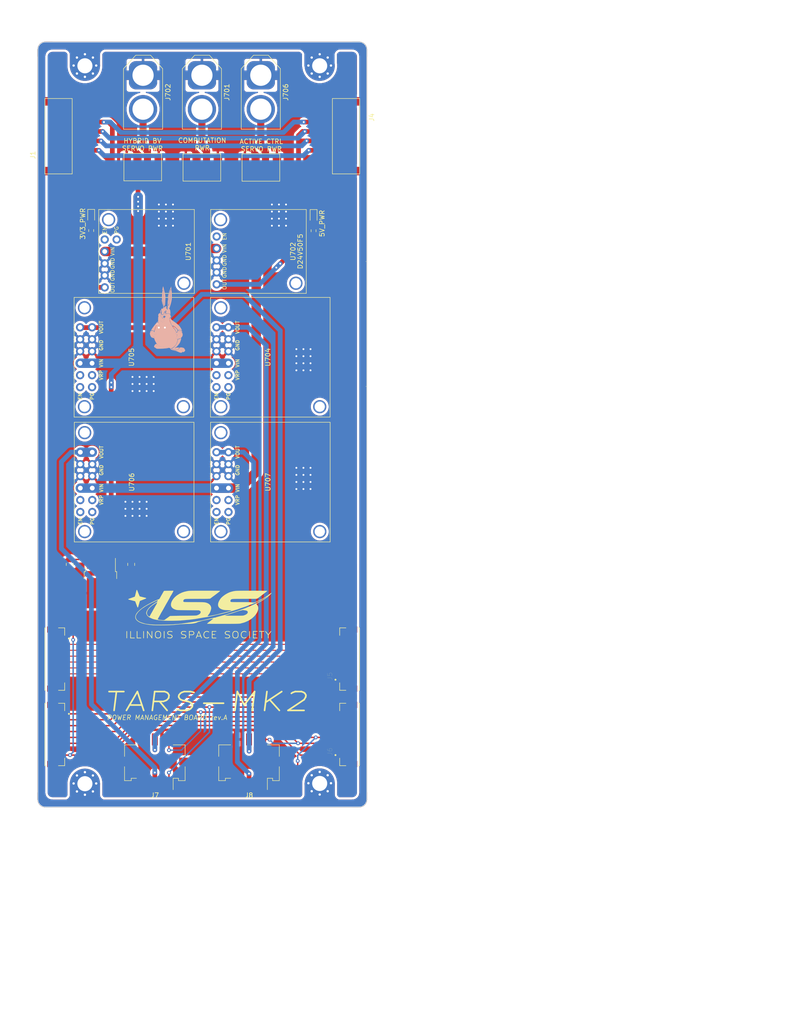
<source format=kicad_pcb>
(kicad_pcb (version 20171130) (host pcbnew 5.1.9-73d0e3b20d~88~ubuntu20.04.1)
  (title_block (title "TARS - MK2 Power Management Board") (date 2021-01-11) (rev A))
  (layers (0 F.Cu signal) (31 B.Cu signal) (34 B.Paste user) (35 F.Paste user) (36 B.SilkS user) (37 F.SilkS user) (38 B.Mask user) (39 F.Mask user) (44 Edge.Cuts user))
  (net 0 "")
  (net 1 GND)
  (net 2 9V_PT_SUPPLY)
  (net 3 "Net-(C702-Pad1)")
  (net 4 "Net-(U701-Pad6)")
  (net 5 "Net-(U701-Pad1)")
  (net 6 "Net-(U702-Pad1)")
  (net 7 "Net-(U704-Pad2)")
  (net 8 "Net-(U704-Pad1)")
  (net 9 "Net-(U704-Pad8)")
  (net 10 "Net-(U704-Pad7)")
  (net 11 "Net-(U705-Pad2)")
  (net 12 "Net-(U705-Pad1)")
  (net 13 "Net-(U705-Pad8)")
  (net 14 "Net-(U705-Pad7)")
  (net 15 "Net-(U706-Pad2)")
  (net 16 "Net-(U706-Pad1)")
  (net 17 "Net-(U706-Pad8)")
  (net 18 "Net-(U706-Pad7)")
  (net 19 6V_AC_SERVO1)
  (net 20 "Net-(U707-Pad2)")
  (net 21 "Net-(U707-Pad1)")
  (net 22 "Net-(U707-Pad8)")
  (net 23 "Net-(U707-Pad7)")
  (net 24 "Net-(J2-Pad2)")
  (net 25 "Net-(J2-Pad1)")
  (net 26 "Net-(J3-Pad7)")
  (net 27 "Net-(J3-Pad6)")
  (net 28 "Net-(J3-Pad5)")
  (net 29 "Net-(J3-Pad4)")
  (net 30 "Net-(J3-Pad3)")
  (net 31 "Net-(J3-Pad2)")
  (net 32 3V3)
  (net 33 5V)
  (net 34 B2B_SERVO4)
  (net 35 B2B_SERVO3)
  (net 36 B2B_SERVO2)
  (net 37 B2B_SERVO1)
  (net 38 6V_AC_SERVO2)
  (net 39 "Net-(J7-PadMP)")
  (net 40 "Net-(J8-PadMP)")
  (net 41 6V_HYBRID_SERVO3)
  (net 42 6V_HYBRID_SERVO4)
  (net 43 "Net-(J101-Pad2)")
  (net 44 "Net-(J101-Pad1)")
  (net 45 "Net-(J102-Pad2)")
  (net 46 "Net-(J103-Pad2)")
  (net 47 "Net-(J103-Pad1)")
  (net 48 "Net-(D101-Pad2)")
  (net 49 "Net-(D102-Pad2)")
  (module karnap:chungus (layer B.Cu) (at 209.42 118.7 180)
    (fp_text reference G*** hide)
    (fp_text value LOGO hide)
  )
  (module Resistor_SMD:R_0603_1608Metric (layer F.Cu) (at 240.45 99.87 90)
    (fp_text reference R102 hide)
    (fp_text value 1k)
    (pad 2 smd roundrect (at 0.825 0 90) (size 0.8 0.95) (layers F.Cu F.Paste F.Mask) (net 49 "Net-(D102-Pad2)"))
    (pad 1 smd roundrect (at -0.825 0 90) (size 0.8 0.95) (layers F.Cu F.Paste F.Mask) (net 33 5V))
  )
  (module Resistor_SMD:R_0603_1608Metric (layer F.Cu) (at 193.23 99.83 90)
    (fp_text reference R101 hide)
    (fp_text value 1k)
    (pad 2 smd roundrect (at 0.825 0 90) (size 0.8 0.95) (layers F.Cu F.Paste F.Mask) (net 48 "Net-(D101-Pad2)"))
    (pad 1 smd roundrect (at -0.825 0 90) (size 0.8 0.95) (layers F.Cu F.Paste F.Mask) (net 32 3V3))
  )
  (module "Molex 8 Circuit 1.25mm:MOLEX_505567-0871" (layer F.Cu) (at 248.1 206.8 90)
    (fp_text reference J6 (at -3.62924 -4.18989 90) (layer F.SilkS) (effects (font (size 1.001165 1.001165) (thickness 0.015))))
    (fp_text value 505567-0871)
    (pad P2 smd rect (at -6.275 0.545 90) (size 1.3 2.15) (layers F.Cu F.Paste F.Mask) (net 1 GND))
    (pad P1 smd rect (at 6.275 0.545 90) (size 1.3 2.15) (layers F.Cu F.Paste F.Mask) (net 1 GND))
    (pad 8 smd rect (at 4.375 -1.75 90) (size 0.8 1.2) (layers F.Cu F.Paste F.Mask) (net 25 "Net-(J2-Pad1)"))
    (pad 7 smd rect (at 3.125 -1.75 90) (size 0.8 1.2) (layers F.Cu F.Paste F.Mask) (net 24 "Net-(J2-Pad2)"))
    (pad 6 smd rect (at 1.875 -1.75 90) (size 0.8 1.2) (layers F.Cu F.Paste F.Mask) (net 37 B2B_SERVO1))
    (pad 5 smd rect (at 0.625 -1.75 90) (size 0.8 1.2) (layers F.Cu F.Paste F.Mask) (net 36 B2B_SERVO2))
    (pad 4 smd rect (at -0.625 -1.75 90) (size 0.8 1.2) (layers F.Cu F.Paste F.Mask) (net 35 B2B_SERVO3))
    (pad 3 smd rect (at -1.875 -1.75 90) (size 0.8 1.2) (layers F.Cu F.Paste F.Mask) (net 34 B2B_SERVO4))
    (pad 2 smd rect (at -3.125 -1.75 90) (size 0.8 1.2) (layers F.Cu F.Paste F.Mask) (net 1 GND))
    (pad 1 smd rect (at -4.375 -1.75 90) (size 0.8 1.2) (layers F.Cu F.Paste F.Mask) (net 2 9V_PT_SUPPLY))
  )
  (module "Molex 8 Circuit 1.25mm:MOLEX_505567-0871" (layer F.Cu) (at 248.1 190.8 90)
    (fp_text reference J5 (at -3.62924 -4.18989 90) (layer F.SilkS) (effects (font (size 1.001165 1.001165) (thickness 0.015))))
    (fp_text value 505567-0871)
    (pad P2 smd rect (at -6.275 0.545 90) (size 1.3 2.15) (layers F.Cu F.Paste F.Mask) (net 1 GND))
    (pad P1 smd rect (at 6.275 0.545 90) (size 1.3 2.15) (layers F.Cu F.Paste F.Mask) (net 1 GND))
    (pad 8 smd rect (at 4.375 -1.75 90) (size 0.8 1.2) (layers F.Cu F.Paste F.Mask) (net 1 GND))
    (pad 7 smd rect (at 3.125 -1.75 90) (size 0.8 1.2) (layers F.Cu F.Paste F.Mask) (net 31 "Net-(J3-Pad2)"))
    (pad 6 smd rect (at 1.875 -1.75 90) (size 0.8 1.2) (layers F.Cu F.Paste F.Mask) (net 30 "Net-(J3-Pad3)"))
    (pad 5 smd rect (at 0.625 -1.75 90) (size 0.8 1.2) (layers F.Cu F.Paste F.Mask) (net 29 "Net-(J3-Pad4)"))
    (pad 4 smd rect (at -0.625 -1.75 90) (size 0.8 1.2) (layers F.Cu F.Paste F.Mask) (net 28 "Net-(J3-Pad5)"))
    (pad 3 smd rect (at -1.875 -1.75 90) (size 0.8 1.2) (layers F.Cu F.Paste F.Mask) (net 27 "Net-(J3-Pad6)"))
    (pad 2 smd rect (at -3.125 -1.75 90) (size 0.8 1.2) (layers F.Cu F.Paste F.Mask) (net 26 "Net-(J3-Pad7)"))
    (pad 1 smd rect (at -4.375 -1.75 90) (size 0.8 1.2) (layers F.Cu F.Paste F.Mask) (net 1 GND))
  )
  (module "Molex 8 Circuit 1.25mm:MOLEX_505567-0871" (layer F.Cu) (at 185.5 190.8 270)
    (fp_text reference J3 (at -3.62924 -4.18989 90) (layer F.SilkS) (effects (font (size 1.001165 1.001165) (thickness 0.015))))
    (fp_text value 505567-0871)
    (pad P2 smd rect (at -6.275 0.545 270) (size 1.3 2.15) (layers F.Cu F.Paste F.Mask) (net 1 GND))
    (pad P1 smd rect (at 6.275 0.545 270) (size 1.3 2.15) (layers F.Cu F.Paste F.Mask) (net 1 GND))
    (pad 8 smd rect (at 4.375 -1.75 270) (size 0.8 1.2) (layers F.Cu F.Paste F.Mask) (net 1 GND))
    (pad 7 smd rect (at 3.125 -1.75 270) (size 0.8 1.2) (layers F.Cu F.Paste F.Mask) (net 26 "Net-(J3-Pad7)"))
    (pad 6 smd rect (at 1.875 -1.75 270) (size 0.8 1.2) (layers F.Cu F.Paste F.Mask) (net 27 "Net-(J3-Pad6)"))
    (pad 5 smd rect (at 0.625 -1.75 270) (size 0.8 1.2) (layers F.Cu F.Paste F.Mask) (net 28 "Net-(J3-Pad5)"))
    (pad 4 smd rect (at -0.625 -1.75 270) (size 0.8 1.2) (layers F.Cu F.Paste F.Mask) (net 29 "Net-(J3-Pad4)"))
    (pad 3 smd rect (at -1.875 -1.75 270) (size 0.8 1.2) (layers F.Cu F.Paste F.Mask) (net 30 "Net-(J3-Pad3)"))
    (pad 2 smd rect (at -3.125 -1.75 270) (size 0.8 1.2) (layers F.Cu F.Paste F.Mask) (net 31 "Net-(J3-Pad2)"))
    (pad 1 smd rect (at -4.375 -1.75 270) (size 0.8 1.2) (layers F.Cu F.Paste F.Mask) (net 1 GND))
  )
  (module "Molex 8 Circuit 1.25mm:MOLEX_505567-0871" (layer F.Cu) (at 185.5 206.8 270)
    (fp_text reference J2 (at -3.62924 -4.18989 90) (layer F.SilkS) (effects (font (size 1.001165 1.001165) (thickness 0.015))))
    (fp_text value 505567-0871)
    (pad P2 smd rect (at -6.275 0.545 270) (size 1.3 2.15) (layers F.Cu F.Paste F.Mask) (net 1 GND))
    (pad P1 smd rect (at 6.275 0.545 270) (size 1.3 2.15) (layers F.Cu F.Paste F.Mask) (net 1 GND))
    (pad 8 smd rect (at 4.375 -1.75 270) (size 0.8 1.2) (layers F.Cu F.Paste F.Mask) (net 2 9V_PT_SUPPLY))
    (pad 7 smd rect (at 3.125 -1.75 270) (size 0.8 1.2) (layers F.Cu F.Paste F.Mask) (net 1 GND))
    (pad 6 smd rect (at 1.875 -1.75 270) (size 0.8 1.2) (layers F.Cu F.Paste F.Mask) (net 34 B2B_SERVO4))
    (pad 5 smd rect (at 0.625 -1.75 270) (size 0.8 1.2) (layers F.Cu F.Paste F.Mask) (net 35 B2B_SERVO3))
    (pad 4 smd rect (at -0.625 -1.75 270) (size 0.8 1.2) (layers F.Cu F.Paste F.Mask) (net 36 B2B_SERVO2))
    (pad 3 smd rect (at -1.875 -1.75 270) (size 0.8 1.2) (layers F.Cu F.Paste F.Mask) (net 37 B2B_SERVO1))
    (pad 2 smd rect (at -3.125 -1.75 270) (size 0.8 1.2) (layers F.Cu F.Paste F.Mask) (net 24 "Net-(J2-Pad2)"))
    (pad 1 smd rect (at -4.375 -1.75 270) (size 0.8 1.2) (layers F.Cu F.Paste F.Mask) (net 25 "Net-(J2-Pad1)"))
  )
  (module LED_SMD:LED_0603_1608Metric (layer F.Cu) (at 240.45 96.86 270)
    (fp_text reference D102 hide)
    (fp_text value LED)
    (pad 2 smd roundrect (at 0.7875 0 270) (size 0.875 0.95) (layers F.Cu F.Paste F.Mask) (net 49 "Net-(D102-Pad2)"))
    (pad 1 smd roundrect (at -0.7875 0 270) (size 0.875 0.95) (layers F.Cu F.Paste F.Mask) (net 1 GND))
  )
  (module LED_SMD:LED_0603_1608Metric (layer F.Cu) (at 193.23 96.82 270)
    (fp_text reference D101 hide)
    (fp_text value LED)
    (pad 2 smd roundrect (at 0.7875 0 270) (size 0.875 0.95) (layers F.Cu F.Paste F.Mask) (net 48 "Net-(D101-Pad2)"))
    (pad 1 smd roundrect (at -0.7875 0 270) (size 0.875 0.95) (layers F.Cu F.Paste F.Mask) (net 1 GND))
  )
  (module "Molex 2 Circuit 2.00mm:505575-0271" (layer F.Cu) (at 229.27 83.54)
    (fp_text reference J103 hide)
    (fp_text value 505575-0271)
    (pad 4 smd rect (at 3.4 2) (size 1.8 4) (layers F.Cu F.Paste F.Mask) (net 1 GND))
    (pad 3 smd rect (at -3.4 2) (size 1.8 4) (layers F.Cu F.Paste F.Mask) (net 1 GND))
    (pad 2 smd rect (at 1 6.3) (size 1 3) (layers F.Cu F.Paste F.Mask) (net 46 "Net-(J103-Pad2)"))
    (pad 1 smd rect (at -1 6.3) (size 1 3) (layers F.Cu F.Paste F.Mask) (net 47 "Net-(J103-Pad1)"))
  )
  (module "Molex 2 Circuit 2.00mm:505575-0271" (layer F.Cu) (at 204.18 83.47)
    (fp_text reference J102 hide)
    (fp_text value 505575-0271)
    (pad 4 smd rect (at 3.4 2) (size 1.8 4) (layers F.Cu F.Paste F.Mask) (net 1 GND))
    (pad 3 smd rect (at -3.4 2) (size 1.8 4) (layers F.Cu F.Paste F.Mask) (net 1 GND))
    (pad 2 smd rect (at 1 6.3) (size 1 3) (layers F.Cu F.Paste F.Mask) (net 45 "Net-(J102-Pad2)"))
    (pad 1 smd rect (at -1 6.3) (size 1 3) (layers F.Cu F.Paste F.Mask) (net 3 "Net-(C702-Pad1)"))
  )
  (module "Molex 2 Circuit 2.00mm:505575-0271" (layer F.Cu) (at 216.73 83.53)
    (fp_text reference J101 hide)
    (fp_text value 505575-0271)
    (pad 4 smd rect (at 3.4 2) (size 1.8 4) (layers F.Cu F.Paste F.Mask) (net 1 GND))
    (pad 3 smd rect (at -3.4 2) (size 1.8 4) (layers F.Cu F.Paste F.Mask) (net 1 GND))
    (pad 2 smd rect (at 1 6.3) (size 1 3) (layers F.Cu F.Paste F.Mask) (net 43 "Net-(J101-Pad2)"))
    (pad 1 smd rect (at -1 6.3) (size 1 3) (layers F.Cu F.Paste F.Mask) (net 44 "Net-(J101-Pad1)"))
  )
  (module D36V50F6:D36V50F6-TARS (layer F.Cu) (at 218.56 114.02 270)
    (fp_text reference U704 (at 12.7 -12.2 90) (layer F.SilkS))
    (fp_text value D36V50F6)
    (fp_text user VRP (at 16.51 -5.75 90) (layer F.SilkS) (effects (font (size 0.75 0.75))))
    (fp_text user VIN (at 13.97 -5.75 90) (layer F.SilkS) (effects (font (size 0.75 0.75))))
    (fp_text user GND (at 10.16 -5.75 90) (layer F.SilkS) (effects (font (size 0.75 0.75))))
    (fp_text user VOUT (at 6.35 -5.75 90) (layer F.SilkS) (effects (font (size 0.75 0.75))))
    (fp_text user EN (at 21 -1.27 90) (layer F.SilkS) (effects (font (size 0.75 0.75))))
    (fp_text user PG (at 21 -3.81 90) (layer F.SilkS) (effects (font (size 0.75 0.75))))
    (pad "" np_thru_hole circle (at 23.2 -2.2 270) (size 2.8 2.8) (drill 2.18) (layers *.Cu *.Mask))
    (pad "" np_thru_hole circle (at 23.2 -23.2 270) (size 2.8 2.8) (drill 2.18) (layers *.Cu *.Mask))
    (pad "" np_thru_hole circle (at 2.2 -2.2 270) (size 2.8 2.8) (drill 2.18) (layers *.Cu *.Mask))
    (pad 6 thru_hole circle (at 6.35 -3.81 270) (size 1.75 1.75) (drill 1.02) (layers *.Cu *.Mask) (net 41 6V_HYBRID_SERVO3))
    (pad 5 thru_hole circle (at 8.89 -3.81 270) (size 1.75 1.75) (drill 1.02) (layers *.Cu *.Mask) (net 1 GND))
    (pad 4 thru_hole circle (at 11.43 -3.81 270) (size 1.75 1.75) (drill 1.02) (layers *.Cu *.Mask) (net 1 GND))
    (pad 3 thru_hole circle (at 13.97 -3.81 270) (size 1.75 1.75) (drill 1.02) (layers *.Cu *.Mask) (net 3 "Net-(C702-Pad1)"))
    (pad 2 thru_hole circle (at 16.51 -3.81 270) (size 1.75 1.75) (drill 1.02) (layers *.Cu *.Mask) (net 7 "Net-(U704-Pad2)"))
    (pad 1 thru_hole circle (at 19.05 -3.81 270) (size 1.75 1.75) (drill 1.02) (layers *.Cu *.Mask) (net 8 "Net-(U704-Pad1)"))
    (pad 12 thru_hole circle (at 6.35 -1.27 270) (size 1.75 1.75) (drill 1.02) (layers *.Cu *.Mask) (net 41 6V_HYBRID_SERVO3))
    (pad 11 thru_hole circle (at 8.89 -1.27 270) (size 1.75 1.75) (drill 1.02) (layers *.Cu *.Mask) (net 1 GND))
    (pad 10 thru_hole circle (at 11.43 -1.27 270) (size 1.75 1.75) (drill 1.02) (layers *.Cu *.Mask) (net 1 GND))
    (pad 9 thru_hole circle (at 13.97 -1.27 270) (size 1.75 1.75) (drill 1.02) (layers *.Cu *.Mask) (net 3 "Net-(C702-Pad1)"))
    (pad 8 thru_hole circle (at 16.51 -1.27 270) (size 1.75 1.75) (drill 1.02) (layers *.Cu *.Mask) (net 9 "Net-(U704-Pad8)"))
    (pad 7 thru_hole circle (at 19.05 -1.27 270) (size 1.75 1.75) (drill 1.02) (layers *.Cu *.Mask) (net 10 "Net-(U704-Pad7)"))
  )
  (module Package_TO_SOT_SMD:TO-252-3_TabPin2 (layer F.Cu) (at 195.2 174.7 270)
    (fp_text reference U703 hide)
    (fp_text value LM7809_TO220)
    (pad 2 smd rect (at 2.1 0 270) (size 6.4 5.8) (layers F.Cu F.Mask) (net 1 GND))
    (pad 3 smd rect (at -4.2 2.28 270) (size 2.2 1.2) (layers F.Cu F.Paste F.Mask) (net 2 9V_PT_SUPPLY))
    (pad 2 smd rect (at -4.2 0 270) (size 2.2 1.2) (layers F.Cu F.Paste F.Mask) (net 1 GND))
    (pad 1 smd rect (at -4.2 -2.28 270) (size 2.2 1.2) (layers F.Cu F.Paste F.Mask) (net 3 "Net-(C702-Pad1)"))
  )
  (module ISS_LOGO:ISS_LOGOV2_smaller (layer F.Cu) (at 216.68 180.27)
    (fp_text reference G*** hide)
    (fp_text value LOGO hide)
  )
  (module Connector_Molex:Molex_Micro-Fit_3.0_43045-0618_2x03-1MP_P3.00mm_Vertical (layer F.Cu) (at 226.745 212.55 180)
    (fp_text reference J8 (at 0 -7.17) (layer F.SilkS))
    (fp_text value Conn_02x03_Top_Bottom_MountingPin)
    (pad 6 smd rect (at 3 4.7 180) (size 1.27 2.54) (layers F.Cu F.Paste F.Mask) (net 1 GND))
    (pad 5 smd rect (at 0 4.7 180) (size 1.27 2.54) (layers F.Cu F.Paste F.Mask) (net 42 6V_HYBRID_SERVO4))
    (pad 4 smd rect (at -3 4.7 180) (size 1.27 2.54) (layers F.Cu F.Paste F.Mask) (net 34 B2B_SERVO4))
    (pad 3 smd rect (at 3 -4.7 180) (size 1.27 2.54) (layers F.Cu F.Paste F.Mask) (net 1 GND))
    (pad 2 smd rect (at 0 -4.7 180) (size 1.27 2.54) (layers F.Cu F.Paste F.Mask) (net 41 6V_HYBRID_SERVO3))
    (pad 1 smd rect (at -3 -4.7 180) (size 1.27 2.54) (layers F.Cu F.Paste F.Mask) (net 35 B2B_SERVO3))
    (pad MP smd rect (at 6.885 0 180) (size 3.43 1.65) (layers F.Cu F.Paste F.Mask) (net 40 "Net-(J8-PadMP)"))
    (pad MP smd rect (at -6.885 0 180) (size 3.43 1.65) (layers F.Cu F.Paste F.Mask) (net 40 "Net-(J8-PadMP)"))
  )
  (module Connector_Molex:Molex_Micro-Fit_3.0_43045-0618_2x03-1MP_P3.00mm_Vertical (layer F.Cu) (at 206.745 212.55 180)
    (fp_text reference J7 (at 0 -7.17) (layer F.SilkS))
    (fp_text value Conn_02x03_Top_Bottom_MountingPin)
    (pad 6 smd rect (at 3 4.7 180) (size 1.27 2.54) (layers F.Cu F.Paste F.Mask) (net 1 GND))
    (pad 5 smd rect (at 0 4.7 180) (size 1.27 2.54) (layers F.Cu F.Paste F.Mask) (net 38 6V_AC_SERVO2))
    (pad 4 smd rect (at -3 4.7 180) (size 1.27 2.54) (layers F.Cu F.Paste F.Mask) (net 36 B2B_SERVO2))
    (pad 3 smd rect (at 3 -4.7 180) (size 1.27 2.54) (layers F.Cu F.Paste F.Mask) (net 1 GND))
    (pad 2 smd rect (at 0 -4.7 180) (size 1.27 2.54) (layers F.Cu F.Paste F.Mask) (net 19 6V_AC_SERVO1))
    (pad 1 smd rect (at -3 -4.7 180) (size 1.27 2.54) (layers F.Cu F.Paste F.Mask) (net 37 B2B_SERVO1))
    (pad MP smd rect (at 6.885 0 180) (size 3.43 1.65) (layers F.Cu F.Paste F.Mask) (net 39 "Net-(J7-PadMP)"))
    (pad MP smd rect (at -6.885 0 180) (size 3.43 1.65) (layers F.Cu F.Paste F.Mask) (net 39 "Net-(J7-PadMP)"))
  )
  (module "Molex 6 Circuit 2.00mm:505578-0671" (layer F.Cu) (at 250.25 79.8 270)
    (fp_text reference J4 (at -4 -2.54 90) (layer F.SilkS))
    (fp_text value 505578-0671)
    (pad 6 smd rect (at 5 6.3 270) (size 1 3) (layers F.Cu F.Paste F.Mask) (net 1 GND))
    (pad 5 smd rect (at 3 6.3 270) (size 1 3) (layers F.Cu F.Paste F.Mask) (net 32 3V3))
    (pad 4 smd rect (at 1 6.3 270) (size 1 3) (layers F.Cu F.Paste F.Mask) (net 33 5V))
    (pad 3 smd rect (at -1 6.3 270) (size 1 3) (layers F.Cu F.Paste F.Mask) (net 33 5V))
    (pad P2 smd rect (at 7.4 2 270) (size 1.8 4) (layers F.Cu F.Paste F.Mask) (net 1 GND))
    (pad P1 smd rect (at -7.4 2 270) (size 1.8 4) (layers F.Cu F.Paste F.Mask) (net 1 GND))
    (pad 2 smd rect (at -3 6.3 270) (size 1 3) (layers F.Cu F.Paste F.Mask) (net 32 3V3))
    (pad 1 smd rect (at -5 6.3 270) (size 1 3) (layers F.Cu F.Paste F.Mask) (net 1 GND))
  )
  (module "Molex 6 Circuit 2.00mm:505578-0671" (layer F.Cu) (at 183.4 79.8 90)
    (fp_text reference J1 (at -4 -2.54 90) (layer F.SilkS))
    (fp_text value 505578-0671)
    (pad 6 smd rect (at 5 6.3 90) (size 1 3) (layers F.Cu F.Paste F.Mask) (net 1 GND))
    (pad 5 smd rect (at 3 6.3 90) (size 1 3) (layers F.Cu F.Paste F.Mask) (net 32 3V3))
    (pad 4 smd rect (at 1 6.3 90) (size 1 3) (layers F.Cu F.Paste F.Mask) (net 33 5V))
    (pad 3 smd rect (at -1 6.3 90) (size 1 3) (layers F.Cu F.Paste F.Mask) (net 33 5V))
    (pad P2 smd rect (at 7.4 2 90) (size 1.8 4) (layers F.Cu F.Paste F.Mask) (net 1 GND))
    (pad P1 smd rect (at -7.4 2 90) (size 1.8 4) (layers F.Cu F.Paste F.Mask) (net 1 GND))
    (pad 2 smd rect (at -3 6.3 90) (size 1 3) (layers F.Cu F.Paste F.Mask) (net 32 3V3))
    (pad 1 smd rect (at -5 6.3 90) (size 1 3) (layers F.Cu F.Paste F.Mask) (net 1 GND))
  )
  (module ISS_LOGO:ISS_LOGO_small_drawing (layer F.Cu) (at 322.072 259.6134)
    (fp_text reference G*** hide)
    (fp_text value LOGO hide)
  )
  (module D36V50F6:D36V50F6-TARS (layer F.Cu) (at 218.57 140.53 270)
    (fp_text reference U707 (at 12.7 -12.2 90) (layer F.SilkS))
    (fp_text value D36V50F6)
    (fp_text user VRP (at 16.51 -5.75 90) (layer F.SilkS) (effects (font (size 0.75 0.75))))
    (fp_text user VIN (at 13.97 -5.75 90) (layer F.SilkS) (effects (font (size 0.75 0.75))))
    (fp_text user GND (at 10.16 -5.75 90) (layer F.SilkS) (effects (font (size 0.75 0.75))))
    (fp_text user VOUT (at 6.35 -5.75 90) (layer F.SilkS) (effects (font (size 0.75 0.75))))
    (fp_text user EN (at 21 -1.27 90) (layer F.SilkS) (effects (font (size 0.75 0.75))))
    (fp_text user PG (at 21 -3.81 90) (layer F.SilkS) (effects (font (size 0.75 0.75))))
    (pad "" np_thru_hole circle (at 23.2 -2.2 270) (size 2.8 2.8) (drill 2.18) (layers *.Cu *.Mask))
    (pad "" np_thru_hole circle (at 23.2 -23.2 270) (size 2.8 2.8) (drill 2.18) (layers *.Cu *.Mask))
    (pad "" np_thru_hole circle (at 2.2 -2.2 270) (size 2.8 2.8) (drill 2.18) (layers *.Cu *.Mask))
    (pad 6 thru_hole circle (at 6.35 -3.81 270) (size 1.75 1.75) (drill 1.02) (layers *.Cu *.Mask) (net 38 6V_AC_SERVO2))
    (pad 5 thru_hole circle (at 8.89 -3.81 270) (size 1.75 1.75) (drill 1.02) (layers *.Cu *.Mask) (net 1 GND))
    (pad 4 thru_hole circle (at 11.43 -3.81 270) (size 1.75 1.75) (drill 1.02) (layers *.Cu *.Mask) (net 1 GND))
    (pad 3 thru_hole circle (at 13.97 -3.81 270) (size 1.75 1.75) (drill 1.02) (layers *.Cu *.Mask) (net 47 "Net-(J103-Pad1)"))
    (pad 2 thru_hole circle (at 16.51 -3.81 270) (size 1.75 1.75) (drill 1.02) (layers *.Cu *.Mask) (net 20 "Net-(U707-Pad2)"))
    (pad 1 thru_hole circle (at 19.05 -3.81 270) (size 1.75 1.75) (drill 1.02) (layers *.Cu *.Mask) (net 21 "Net-(U707-Pad1)"))
    (pad 12 thru_hole circle (at 6.35 -1.27 270) (size 1.75 1.75) (drill 1.02) (layers *.Cu *.Mask) (net 38 6V_AC_SERVO2))
    (pad 11 thru_hole circle (at 8.89 -1.27 270) (size 1.75 1.75) (drill 1.02) (layers *.Cu *.Mask) (net 1 GND))
    (pad 10 thru_hole circle (at 11.43 -1.27 270) (size 1.75 1.75) (drill 1.02) (layers *.Cu *.Mask) (net 1 GND))
    (pad 9 thru_hole circle (at 13.97 -1.27 270) (size 1.75 1.75) (drill 1.02) (layers *.Cu *.Mask) (net 47 "Net-(J103-Pad1)"))
    (pad 8 thru_hole circle (at 16.51 -1.27 270) (size 1.75 1.75) (drill 1.02) (layers *.Cu *.Mask) (net 22 "Net-(U707-Pad8)"))
    (pad 7 thru_hole circle (at 19.05 -1.27 270) (size 1.75 1.75) (drill 1.02) (layers *.Cu *.Mask) (net 23 "Net-(U707-Pad7)"))
  )
  (module D36V50F6:D36V50F6-TARS (layer F.Cu) (at 189.65 140.53 270)
    (fp_text reference U706 (at 12.7 -12.2 90) (layer F.SilkS))
    (fp_text value D36V50F6)
    (fp_text user VRP (at 16.51 -5.75 90) (layer F.SilkS) (effects (font (size 0.75 0.75))))
    (fp_text user VIN (at 13.97 -5.75 90) (layer F.SilkS) (effects (font (size 0.75 0.75))))
    (fp_text user GND (at 10.16 -5.75 90) (layer F.SilkS) (effects (font (size 0.75 0.75))))
    (fp_text user VOUT (at 6.35 -5.75 90) (layer F.SilkS) (effects (font (size 0.75 0.75))))
    (fp_text user EN (at 21 -1.27 90) (layer F.SilkS) (effects (font (size 0.75 0.75))))
    (fp_text user PG (at 21 -3.81 90) (layer F.SilkS) (effects (font (size 0.75 0.75))))
    (pad "" np_thru_hole circle (at 23.2 -2.2 270) (size 2.8 2.8) (drill 2.18) (layers *.Cu *.Mask))
    (pad "" np_thru_hole circle (at 23.2 -23.2 270) (size 2.8 2.8) (drill 2.18) (layers *.Cu *.Mask))
    (pad "" np_thru_hole circle (at 2.2 -2.2 270) (size 2.8 2.8) (drill 2.18) (layers *.Cu *.Mask))
    (pad 6 thru_hole circle (at 6.35 -3.81 270) (size 1.75 1.75) (drill 1.02) (layers *.Cu *.Mask) (net 19 6V_AC_SERVO1))
    (pad 5 thru_hole circle (at 8.89 -3.81 270) (size 1.75 1.75) (drill 1.02) (layers *.Cu *.Mask) (net 1 GND))
    (pad 4 thru_hole circle (at 11.43 -3.81 270) (size 1.75 1.75) (drill 1.02) (layers *.Cu *.Mask) (net 1 GND))
    (pad 3 thru_hole circle (at 13.97 -3.81 270) (size 1.75 1.75) (drill 1.02) (layers *.Cu *.Mask) (net 47 "Net-(J103-Pad1)"))
    (pad 2 thru_hole circle (at 16.51 -3.81 270) (size 1.75 1.75) (drill 1.02) (layers *.Cu *.Mask) (net 15 "Net-(U706-Pad2)"))
    (pad 1 thru_hole circle (at 19.05 -3.81 270) (size 1.75 1.75) (drill 1.02) (layers *.Cu *.Mask) (net 16 "Net-(U706-Pad1)"))
    (pad 12 thru_hole circle (at 6.35 -1.27 270) (size 1.75 1.75) (drill 1.02) (layers *.Cu *.Mask) (net 19 6V_AC_SERVO1))
    (pad 11 thru_hole circle (at 8.89 -1.27 270) (size 1.75 1.75) (drill 1.02) (layers *.Cu *.Mask) (net 1 GND))
    (pad 10 thru_hole circle (at 11.43 -1.27 270) (size 1.75 1.75) (drill 1.02) (layers *.Cu *.Mask) (net 1 GND))
    (pad 9 thru_hole circle (at 13.97 -1.27 270) (size 1.75 1.75) (drill 1.02) (layers *.Cu *.Mask) (net 47 "Net-(J103-Pad1)"))
    (pad 8 thru_hole circle (at 16.51 -1.27 270) (size 1.75 1.75) (drill 1.02) (layers *.Cu *.Mask) (net 17 "Net-(U706-Pad8)"))
    (pad 7 thru_hole circle (at 19.05 -1.27 270) (size 1.75 1.75) (drill 1.02) (layers *.Cu *.Mask) (net 18 "Net-(U706-Pad7)"))
  )
  (module D36V50F6:D36V50F6-TARS (layer F.Cu) (at 189.61 114.02 270)
    (fp_text reference U705 (at 12.7 -12.2 90) (layer F.SilkS))
    (fp_text value D36V50F6)
    (fp_text user VRP (at 16.51 -5.75 90) (layer F.SilkS) (effects (font (size 0.75 0.75))))
    (fp_text user VIN (at 13.97 -5.75 90) (layer F.SilkS) (effects (font (size 0.75 0.75))))
    (fp_text user GND (at 10.16 -5.75 90) (layer F.SilkS) (effects (font (size 0.75 0.75))))
    (fp_text user VOUT (at 6.35 -5.75 90) (layer F.SilkS) (effects (font (size 0.75 0.75))))
    (fp_text user EN (at 21 -1.27 90) (layer F.SilkS) (effects (font (size 0.75 0.75))))
    (fp_text user PG (at 21 -3.81 90) (layer F.SilkS) (effects (font (size 0.75 0.75))))
    (pad "" np_thru_hole circle (at 23.2 -2.2 270) (size 2.8 2.8) (drill 2.18) (layers *.Cu *.Mask))
    (pad "" np_thru_hole circle (at 23.2 -23.2 270) (size 2.8 2.8) (drill 2.18) (layers *.Cu *.Mask))
    (pad "" np_thru_hole circle (at 2.2 -2.2 270) (size 2.8 2.8) (drill 2.18) (layers *.Cu *.Mask))
    (pad 6 thru_hole circle (at 6.35 -3.81 270) (size 1.75 1.75) (drill 1.02) (layers *.Cu *.Mask) (net 42 6V_HYBRID_SERVO4))
    (pad 5 thru_hole circle (at 8.89 -3.81 270) (size 1.75 1.75) (drill 1.02) (layers *.Cu *.Mask) (net 1 GND))
    (pad 4 thru_hole circle (at 11.43 -3.81 270) (size 1.75 1.75) (drill 1.02) (layers *.Cu *.Mask) (net 1 GND))
    (pad 3 thru_hole circle (at 13.97 -3.81 270) (size 1.75 1.75) (drill 1.02) (layers *.Cu *.Mask) (net 3 "Net-(C702-Pad1)"))
    (pad 2 thru_hole circle (at 16.51 -3.81 270) (size 1.75 1.75) (drill 1.02) (layers *.Cu *.Mask) (net 11 "Net-(U705-Pad2)"))
    (pad 1 thru_hole circle (at 19.05 -3.81 270) (size 1.75 1.75) (drill 1.02) (layers *.Cu *.Mask) (net 12 "Net-(U705-Pad1)"))
    (pad 12 thru_hole circle (at 6.35 -1.27 270) (size 1.75 1.75) (drill 1.02) (layers *.Cu *.Mask) (net 42 6V_HYBRID_SERVO4))
    (pad 11 thru_hole circle (at 8.89 -1.27 270) (size 1.75 1.75) (drill 1.02) (layers *.Cu *.Mask) (net 1 GND))
    (pad 10 thru_hole circle (at 11.43 -1.27 270) (size 1.75 1.75) (drill 1.02) (layers *.Cu *.Mask) (net 1 GND))
    (pad 9 thru_hole circle (at 13.97 -1.27 270) (size 1.75 1.75) (drill 1.02) (layers *.Cu *.Mask) (net 3 "Net-(C702-Pad1)"))
    (pad 8 thru_hole circle (at 16.51 -1.27 270) (size 1.75 1.75) (drill 1.02) (layers *.Cu *.Mask) (net 13 "Net-(U705-Pad8)"))
    (pad 7 thru_hole circle (at 19.05 -1.27 270) (size 1.75 1.75) (drill 1.02) (layers *.Cu *.Mask) (net 14 "Net-(U705-Pad7)"))
  )
  (module D24V50F5:D24V50F5 (layer F.Cu) (at 238.9 104.26 270)
    (fp_text reference U702 (at 0 2.81 90) (layer F.SilkS))
    (fp_text value D24V50F5 (at 0 1.27 90) (layer F.SilkS))
    (fp_text user OUT (at 6.99 17.35 90) (layer F.SilkS) (effects (font (size 0.8 0.8) (thickness 0.12))))
    (fp_text user GND (at 4.45 17.35 90) (layer F.SilkS) (effects (font (size 0.8 0.8) (thickness 0.12))))
    (fp_text user GND (at 1.91 17.35 90) (layer F.SilkS) (effects (font (size 0.8 0.8) (thickness 0.12))))
    (fp_text user VIN (at -0.63 17.35 90) (layer F.SilkS) (effects (font (size 0.8 0.8) (thickness 0.12))))
    (fp_text user EN (at -3.17 17.35 90) (layer F.SilkS) (effects (font (size 0.8 0.8) (thickness 0.12))))
    (pad 1 thru_hole circle (at -3.17 19.03 270) (size 1.75 1.75) (drill 1.02) (layers *.Cu *.Mask) (net 6 "Net-(U702-Pad1)"))
    (pad 2 thru_hole circle (at -0.63 19.03 270) (size 1.75 1.75) (drill 1.02) (layers *.Cu *.Mask) (net 44 "Net-(J101-Pad1)"))
    (pad 3 thru_hole circle (at 1.91 19.03 270) (size 1.75 1.75) (drill 1.02) (layers *.Cu *.Mask) (net 1 GND))
    (pad 4 thru_hole circle (at 4.45 19.03 270) (size 1.75 1.75) (drill 1.02) (layers *.Cu *.Mask) (net 1 GND))
    (pad 5 thru_hole circle (at 6.99 19.03 270) (size 1.75 1.75) (drill 1.02) (layers *.Cu *.Mask) (net 33 5V))
    (pad "" np_thru_hole circle (at -6.75 18.2 270) (size 2.8 2.8) (drill 2.18) (layers *.Cu *.Mask))
    (pad "" np_thru_hole circle (at 6.75 2.2 270) (size 2.8 2.8) (drill 2.18) (layers *.Cu *.Mask))
  )
  (module D36V28F3:D36V28F3 (layer F.Cu) (at 215.13 104.26 270)
    (fp_text reference U701 (at 0 1.27 90) (layer F.SilkS))
    (fp_text value D36V28F3)
    (fp_text user PG (at -4.53 16.5 90) (layer F.SilkS) (effects (font (size 0.8 0.8) (thickness 0.12))))
    (fp_text user VIN (at 0.01 17.35 90) (layer F.SilkS) (effects (font (size 0.8 0.8) (thickness 0.12))))
    (fp_text user GND (at 2.55 17.35 90) (layer F.SilkS) (effects (font (size 0.8 0.8) (thickness 0.12))))
    (fp_text user GND (at 5.09 17.35 90) (layer F.SilkS) (effects (font (size 0.8 0.8) (thickness 0.12))))
    (fp_text user EN (at -4.5 19 90) (layer F.SilkS) (effects (font (size 0.8 0.8) (thickness 0.12))))
    (fp_text user OUT (at 7.63 17.35 90) (layer F.SilkS) (effects (font (size 0.8 0.8) (thickness 0.12))))
    (pad 6 thru_hole circle (at -2.53 16.49 270) (size 1.75 1.75) (drill 1.02) (layers *.Cu *.Mask) (net 4 "Net-(U701-Pad6)"))
    (pad 2 thru_hole circle (at 0.01 19.03 270) (size 1.75 1.75) (drill 1.02) (layers *.Cu *.Mask) (net 44 "Net-(J101-Pad1)"))
    (pad 1 thru_hole circle (at -2.53 19.03 270) (size 1.75 1.75) (drill 1.02) (layers *.Cu *.Mask) (net 5 "Net-(U701-Pad1)"))
    (pad 3 thru_hole circle (at 2.55 19.03 270) (size 1.75 1.75) (drill 1.02) (layers *.Cu *.Mask) (net 1 GND))
    (pad 4 thru_hole circle (at 5.09 19.03 270) (size 1.75 1.75) (drill 1.02) (layers *.Cu *.Mask) (net 1 GND))
    (pad "" np_thru_hole circle (at -6.75 18.2 270) (size 2.8 2.8) (drill 2.18) (layers *.Cu *.Mask))
    (pad "" np_thru_hole circle (at 6.75 2.2 270) (size 2.8 2.8) (drill 2.18) (layers *.Cu *.Mask))
    (pad 5 thru_hole circle (at 7.63 19.03 270) (size 1.75 1.75) (drill 1.02) (layers *.Cu *.Mask) (net 32 3V3))
  )
  (module Connector_AMASS:AMASS_XT60-M_1x02_P7.20mm_Vertical (layer F.Cu) (at 229.245 66.86 270)
    (fp_text reference J706 (at 3.6 -5.3 270) (layer F.SilkS))
    (fp_text value XT60)
    (pad 1 thru_hole roundrect (at 0 0 270) (size 6 6) (drill 4.5) (layers *.Cu *.Mask) (net 1 GND))
    (pad 2 thru_hole circle (at 7.2 0 270) (size 6 6) (drill 4.5) (layers *.Cu *.Mask) (net 46 "Net-(J103-Pad2)"))
  )
  (module Connector_AMASS:AMASS_XT60-M_1x02_P7.20mm_Vertical (layer F.Cu) (at 204.245 66.86 270)
    (fp_text reference J702 (at 3.6 -5.3 270) (layer F.SilkS))
    (fp_text value XT60)
    (pad 1 thru_hole roundrect (at 0 0 270) (size 6 6) (drill 4.5) (layers *.Cu *.Mask) (net 1 GND))
    (pad 2 thru_hole circle (at 7.2 0 270) (size 6 6) (drill 4.5) (layers *.Cu *.Mask) (net 45 "Net-(J102-Pad2)"))
  )
  (module Connector_AMASS:AMASS_XT60-M_1x02_P7.20mm_Vertical (layer F.Cu) (at 216.745 66.86 270)
    (fp_text reference J701 (at 3.6 -5.3 270) (layer F.SilkS))
    (fp_text value XT60)
    (pad 1 thru_hole roundrect (at 0 0 270) (size 6 6) (drill 4.5) (layers *.Cu *.Mask) (net 1 GND))
    (pad 2 thru_hole circle (at 7.2 0 270) (size 6 6) (drill 4.5) (layers *.Cu *.Mask) (net 43 "Net-(J101-Pad2)"))
  )
  (module Capacitor_SMD:C_0805_2012Metric_Pad1.18x1.45mm_HandSolder (layer F.Cu) (at 201.72 170.69 270)
    (fp_text reference C702 hide)
    (fp_text value 100nF)
    (pad 2 smd roundrect (at 1.0375 0 270) (size 1.175 1.45) (layers F.Cu F.Paste F.Mask) (roundrect_rratio 0.2127659574468085) (net 1 GND))
    (pad 1 smd roundrect (at -1.0375 0 270) (size 1.175 1.45) (layers F.Cu F.Paste F.Mask) (roundrect_rratio 0.2127659574468085) (net 3 "Net-(C702-Pad1)"))
  )
  (module Capacitor_SMD:C_0805_2012Metric_Pad1.18x1.45mm_HandSolder (layer F.Cu) (at 188.68 170.69 270)
    (fp_text reference C701 hide)
    (fp_text value 100nF)
    (pad 2 smd roundrect (at 1.0375 0 270) (size 1.175 1.45) (layers F.Cu F.Paste F.Mask) (roundrect_rratio 0.2127659574468085) (net 1 GND))
    (pad 1 smd roundrect (at -1.0375 0 270) (size 1.175 1.45) (layers F.Cu F.Paste F.Mask) (roundrect_rratio 0.2127659574468085) (net 2 9V_PT_SUPPLY))
  )
  (module MountingHole:MountingHole_3.2mm_M3_Pad_Via (layer F.Cu) (at 241.75 64.8)
    (fp_text reference REF** hide)
    (fp_text value MountingHole_3.2mm_M3_Pad_Via hide)
    (pad "" thru_hole circle (at 0 0.0508) (size 6.4 6.4) (drill 3.2) (layers *.Cu *.Mask))
    (pad 1 thru_hole circle (at 2.4 0) (size 0.8 0.8) (drill 0.5) (layers *.Cu *.Mask))
    (pad 1 thru_hole circle (at 1.697056 1.697056) (size 0.8 0.8) (drill 0.5) (layers *.Cu *.Mask))
    (pad 1 thru_hole circle (at 0 2.4) (size 0.8 0.8) (drill 0.5) (layers *.Cu *.Mask))
    (pad 1 thru_hole circle (at -1.697056 1.697056) (size 0.8 0.8) (drill 0.5) (layers *.Cu *.Mask))
    (pad 1 thru_hole circle (at -2.4 0) (size 0.8 0.8) (drill 0.5) (layers *.Cu *.Mask))
    (pad 1 thru_hole circle (at -1.697056 -1.697056) (size 0.8 0.8) (drill 0.5) (layers *.Cu *.Mask))
    (pad 1 thru_hole circle (at 0 -2.4) (size 0.8 0.8) (drill 0.5) (layers *.Cu *.Mask))
    (pad 1 thru_hole circle (at 1.697056 -1.697056) (size 0.8 0.8) (drill 0.5) (layers *.Cu *.Mask))
  )
  (module MountingHole:MountingHole_3.2mm_M3_Pad_Via (layer F.Cu) (at 191.9 64.8)
    (fp_text reference REF** hide)
    (fp_text value MountingHole_3.2mm_M3_Pad_Via hide)
    (pad "" thru_hole circle (at 0 0.0508) (size 6.4 6.4) (drill 3.2) (layers *.Cu *.Mask))
    (pad 1 thru_hole circle (at 2.4 0) (size 0.8 0.8) (drill 0.5) (layers *.Cu *.Mask))
    (pad 1 thru_hole circle (at 1.697056 1.697056) (size 0.8 0.8) (drill 0.5) (layers *.Cu *.Mask))
    (pad 1 thru_hole circle (at 0 2.4) (size 0.8 0.8) (drill 0.5) (layers *.Cu *.Mask))
    (pad 1 thru_hole circle (at -1.697056 1.697056) (size 0.8 0.8) (drill 0.5) (layers *.Cu *.Mask))
    (pad 1 thru_hole circle (at -2.4 0) (size 0.8 0.8) (drill 0.5) (layers *.Cu *.Mask))
    (pad 1 thru_hole circle (at -1.697056 -1.697056) (size 0.8 0.8) (drill 0.5) (layers *.Cu *.Mask))
    (pad 1 thru_hole circle (at 0 -2.4) (size 0.8 0.8) (drill 0.5) (layers *.Cu *.Mask))
    (pad 1 thru_hole circle (at 1.697056 -1.697056) (size 0.8 0.8) (drill 0.5) (layers *.Cu *.Mask))
  )
  (module MountingHole:MountingHole_3.2mm_M3_Pad_Via (layer F.Cu) (at 191.9 217.2)
    (fp_text reference REF** hide)
    (fp_text value MountingHole_3.2mm_M3_Pad_Via hide)
    (pad 1 thru_hole circle (at 1.697056 -1.697056) (size 0.8 0.8) (drill 0.5) (layers *.Cu *.Mask))
    (pad 1 thru_hole circle (at 0 -2.4) (size 0.8 0.8) (drill 0.5) (layers *.Cu *.Mask))
    (pad 1 thru_hole circle (at -1.697056 -1.697056) (size 0.8 0.8) (drill 0.5) (layers *.Cu *.Mask))
    (pad 1 thru_hole circle (at -2.4 0) (size 0.8 0.8) (drill 0.5) (layers *.Cu *.Mask))
    (pad 1 thru_hole circle (at -1.697056 1.697056) (size 0.8 0.8) (drill 0.5) (layers *.Cu *.Mask))
    (pad 1 thru_hole circle (at 0 2.4) (size 0.8 0.8) (drill 0.5) (layers *.Cu *.Mask))
    (pad 1 thru_hole circle (at 1.697056 1.697056) (size 0.8 0.8) (drill 0.5) (layers *.Cu *.Mask))
    (pad 1 thru_hole circle (at 2.4 0) (size 0.8 0.8) (drill 0.5) (layers *.Cu *.Mask))
    (pad "" thru_hole circle (at 0 0.0508) (size 6.4 6.4) (drill 3.2) (layers *.Cu *.Mask))
  )
  (module MountingHole:MountingHole_3.2mm_M3_Pad_Via (layer F.Cu) (at 241.75 217.1492)
    (fp_text reference REF** hide)
    (fp_text value MountingHole_3.2mm_M3_Pad_Via hide)
    (pad "" thru_hole circle (at 0 0.0508) (size 6.4 6.4) (drill 3.2) (layers *.Cu *.Mask))
    (pad 1 thru_hole circle (at 2.4 0) (size 0.8 0.8) (drill 0.5) (layers *.Cu *.Mask))
    (pad 1 thru_hole circle (at 1.697056 1.697056) (size 0.8 0.8) (drill 0.5) (layers *.Cu *.Mask))
    (pad 1 thru_hole circle (at 0 2.4) (size 0.8 0.8) (drill 0.5) (layers *.Cu *.Mask))
    (pad 1 thru_hole circle (at -1.697056 1.697056) (size 0.8 0.8) (drill 0.5) (layers *.Cu *.Mask))
    (pad 1 thru_hole circle (at -2.4 0) (size 0.8 0.8) (drill 0.5) (layers *.Cu *.Mask))
    (pad 1 thru_hole circle (at -1.697056 -1.697056) (size 0.8 0.8) (drill 0.5) (layers *.Cu *.Mask))
    (pad 1 thru_hole circle (at 0 -2.4) (size 0.8 0.8) (drill 0.5) (layers *.Cu *.Mask))
    (pad 1 thru_hole circle (at 1.697056 -1.697056) (size 0.8 0.8) (drill 0.5) (layers *.Cu *.Mask))
  )
  (gr_text "ACTIVE CTRL\nSERVO PWR" (at 229.36 81.73) (layer F.SilkS) (effects (font (size 1 1))))
  (gr_text "COMPUTATION\nPWR" (at 216.8 81.51) (layer F.SilkS) (effects (font (size 1 1))))
  (gr_text "HYBRID BV\nSERVO PWR" (at 204.11 81.6) (layer F.SilkS) (effects (font (size 1 1))))
  (gr_text 3V3_PWR (at 191.45 98.39 90) (layer F.SilkS) (effects (font (size 1 1))))
  (gr_text 5V_PWR (at 242.26 98.32 90) (layer F.SilkS) (effects (font (size 1 1))))
  (gr_text "ILLINOIS SPACE SOCIETY" (at 215.97 185.68) (layer F.SilkS) (effects (font (size 1.4 1.7) (thickness 0.14))))
  (gr_text TARS-MK2 (at 217.76 199.86) (layer F.SilkS) (effects (font (size 4 5.5) (thickness 0.35) italic)))
  (gr_text "POWER MANAGEMENT BOARD rev.A" (at 209.35 203.22) (layer F.SilkS) (effects (font (size 1 1) (thickness 0.13) italic)))
  (gr_arc (start 196.4 219.4) (end 196.4 220.9) (angle 90) (layer B.Cu) (width 0.3))
  (gr_arc (start 237.2 62.7) (end 238.7 62.7) (angle -90) (layer F.Cu) (width 0.3))
  (gr_arc (start 246.2 62.7) (end 246.2 61.2) (angle -90) (layer F.Cu) (width 0.3))
  (gr_poly (pts (xy 188.8 220.1) (xy 188.8 217.2) (xy 195 217.2) (xy 195 220.1) (xy 195.9 221.1) (xy 187.8 221.2)) (layer F.Cu) (width 0.2))
  (gr_line (start 251.75 61.4) (end 251.75 220.6) (layer Edge.Cuts) (width 0.15))
  (gr_arc (start 250.15 220.6) (end 250.15 222.200001) (angle -90) (layer Edge.Cuts) (width 0.15))
  (gr_arc (start 183.5 220.6) (end 181.9 220.6) (angle -90) (layer Edge.Cuts) (width 0.15))
  (gr_poly (pts (xy 184.9 61.3) (xy 184.4 61.4) (xy 184 61.6) (xy 183.7 61.9) (xy 183.5 62.3) (xy 183.4 62.9) (xy 181.9 62.9) (xy 181.9 61.4) (xy 182 61) (xy 182.2 60.6) (xy 182.5 60.2) (xy 183.1 59.9) (xy 183.5 59.8) (xy 184.9 59.8)) (layer F.Cu) (width 0.15))
  (gr_arc (start 250.15 61.4) (end 250.15 59.8) (angle 90) (layer F.Cu) (width 0.15))
  (gr_arc (start 248.65 62.9) (end 248.65 61.3) (angle 90) (layer F.Cu) (width 0.15))
  (gr_arc (start 196.4 219.4) (end 194.9 219.4) (angle -90) (layer F.Cu) (width 0.3))
  (gr_arc (start 187.4 219.4) (end 187.4 220.9) (angle -90) (layer F.Cu) (width 0.3))
  (gr_poly (pts (xy 238.65 220.0492) (xy 238.65 217.1492) (xy 244.85 217.1492) (xy 244.85 220.0492) (xy 245.75 221.0492) (xy 237.65 221.1492)) (layer F.Cu) (width 0.2))
  (gr_arc (start 250.15 61.4) (end 250.15 59.8) (angle 90) (layer B.Cu) (width 0.15))
  (gr_arc (start 248.65 219.1) (end 248.65 220.7) (angle -90) (layer B.Cu) (width 0.15))
  (gr_poly (pts (xy 183.4 61.4) (xy 181.9 61.4) (xy 181.9 220.6) (xy 183.4 220.6)) (layer B.Cu) (width 0.15))
  (gr_arc (start 183.5 61.4) (end 181.9 61.4) (angle 90) (layer B.Cu) (width 0.15))
  (gr_poly (pts (xy 248.75 61.3) (xy 249.25 61.4) (xy 249.65 61.6) (xy 249.95 61.9) (xy 250.15 62.3) (xy 250.25 62.9) (xy 251.75 62.9) (xy 251.75 61.4) (xy 251.65 61) (xy 251.45 60.6) (xy 251.15 60.2) (xy 250.55 59.9) (xy 250.15 59.8) (xy 248.75 59.8)) (layer B.Cu) (width 0.15))
  (gr_arc (start 183.5 61.4) (end 183.5 59.8) (angle -90) (layer Edge.Cuts) (width 0.15))
  (gr_line (start 250.15 222.2) (end 183.5 222.2) (layer Edge.Cuts) (width 0.15))
  (gr_line (start 183.5 59.8) (end 250.15 59.8) (layer Edge.Cuts) (width 0.15))
  (gr_arc (start 250.15 220.6) (end 250.15 222.2) (angle -90) (layer B.Cu) (width 0.15))
  (gr_poly (pts (xy 250.2 220.7) (xy 183.5 220.7) (xy 183.5 222.2) (xy 250.2 222.2)) (layer B.Cu) (width 0.15))
  (gr_poly (pts (xy 183.4 62.8) (xy 183.5 62.3) (xy 183.7 61.9) (xy 184 61.6) (xy 184.4 61.4) (xy 185 61.3) (xy 185 59.8) (xy 183.5 59.8) (xy 183.1 59.9) (xy 182.7 60.1) (xy 182.3 60.4) (xy 182 61) (xy 181.9 61.4) (xy 181.9 62.8)) (layer B.Cu) (width 0.15))
  (gr_poly (pts (xy 250.2 59.8) (xy 185 59.8) (xy 185 61.3) (xy 250.2 61.3)) (layer B.Cu) (width 0.15))
  (gr_poly (pts (xy 195 62) (xy 195 64.9) (xy 188.8 64.9) (xy 188.8 62) (xy 187.9 61) (xy 196 60.9)) (layer F.Cu) (width 0.2))
  (gr_arc (start 185 62.9) (end 183.4 62.9) (angle 90) (layer B.Cu) (width 0.15))
  (gr_poly (pts (xy 248.75 61.3) (xy 249.25 61.4) (xy 249.65 61.6) (xy 249.95 61.9) (xy 250.15 62.3) (xy 250.25 62.9) (xy 251.75 62.9) (xy 251.75 61.4) (xy 251.65 61) (xy 251.45 60.6) (xy 251.15 60.2) (xy 250.55 59.9) (xy 250.15 59.8) (xy 248.75 59.8)) (layer F.Cu) (width 0.1))
  (gr_poly (pts (xy 251.7224 220.6) (xy 250.2224 220.6) (xy 250.25 61.4) (xy 251.75 61.4)) (layer F.Cu) (width 0.15))
  (gr_arc (start 183.5 220.6) (end 181.9 220.6) (angle -90) (layer F.Cu) (width 0.15))
  (gr_arc (start 185 219.1) (end 183.4 219.1) (angle -90) (layer F.Cu) (width 0.15))
  (gr_poly (pts (xy 183.4 219.2) (xy 183.5 219.7) (xy 183.7 220.1) (xy 184 220.4) (xy 184.4 220.6) (xy 185 220.7) (xy 185 222.2) (xy 183.5 222.2) (xy 183.1 222.1) (xy 182.7 221.9) (xy 182.3 221.6) (xy 182 221) (xy 181.9 220.6) (xy 181.9 219.2)) (layer F.Cu) (width 0.15))
  (gr_poly (pts (xy 250.2 222.2) (xy 185 222.2) (xy 185 220.7) (xy 250.2 220.7)) (layer F.Cu) (width 0.15))
  (gr_line (start 181.9 220.6) (end 181.9 61.4) (layer Edge.Cuts) (width 0.15))
  (gr_arc (start 250.15 61.4) (end 251.75 61.4) (angle -90) (layer Edge.Cuts) (width 0.15))
  (gr_arc (start 250.15 220.6) (end 250.15 222.2) (angle -90) (layer F.Cu) (width 0.15))
  (gr_poly (pts (xy 248.75 220.7) (xy 249.25 220.6) (xy 249.65 220.4) (xy 249.95 220.1) (xy 250.15 219.7) (xy 250.25 219.1) (xy 251.75 219.1) (xy 251.75 220.6) (xy 251.65 221) (xy 251.45 221.4) (xy 251.15 221.8) (xy 250.55 222.1) (xy 250.15 222.2) (xy 248.75 222.2)) (layer F.Cu) (width 0.15))
  (gr_arc (start 248.65 219.1) (end 248.65 220.7) (angle -90) (layer F.Cu) (width 0.15))
  (gr_arc (start 183.5 220.6) (end 183.5 222.2) (angle 90) (layer B.Cu) (width 0.15))
  (gr_arc (start 185 219.1) (end 185 220.7) (angle 90) (layer B.Cu) (width 0.15))
  (gr_arc (start 248.65 62.9) (end 248.65 61.3) (angle 90) (layer B.Cu) (width 0.15))
  (gr_poly (pts (xy 251.7224 61.4) (xy 250.2224 61.4) (xy 250.25 220.6) (xy 251.75 220.6)) (layer B.Cu) (width 0.15))
  (gr_arc (start 246.25 219.3492) (end 244.75 219.3492) (angle -90) (layer F.Cu) (width 0.3))
  (gr_arc (start 237.25 219.3492) (end 237.25 220.8492) (angle -90) (layer F.Cu) (width 0.3))
  (gr_poly (pts (xy 188.8 62) (xy 188.8 64.9) (xy 195 64.9) (xy 195 62) (xy 195.9 61) (xy 187.8 60.9)) (layer B.Cu) (width 0.2))
  (gr_arc (start 187.4 62.7) (end 188.9 62.7) (angle -90) (layer F.Cu) (width 0.3))
  (gr_arc (start 196.4 62.7) (end 196.4 61.2) (angle -90) (layer F.Cu) (width 0.3))
  (gr_poly (pts (xy 244.8 62) (xy 244.8 64.9) (xy 238.6 64.9) (xy 238.6 62) (xy 237.7 61) (xy 245.8 60.9)) (layer F.Cu) (width 0.2))
  (gr_arc (start 187.4 219.4) (end 188.9 219.4) (angle 90) (layer B.Cu) (width 0.3))
  (gr_poly (pts (xy 184.9 220.7) (xy 184.4 220.6) (xy 184 220.4) (xy 183.7 220.1) (xy 183.5 219.7) (xy 183.4 219.1) (xy 181.9 219.1) (xy 181.9 220.6) (xy 182 221) (xy 182.2 221.4) (xy 182.5 221.8) (xy 183.1 222.1) (xy 183.5 222.2) (xy 184.9 222.2)) (layer B.Cu) (width 0.15))
  (gr_poly (pts (xy 248.75 220.7) (xy 249.25 220.6) (xy 249.65 220.4) (xy 249.95 220.1) (xy 250.15 219.7) (xy 250.25 219.1) (xy 251.75 219.1) (xy 251.75 220.6) (xy 251.65 221) (xy 251.45 221.4) (xy 251.15 221.8) (xy 250.55 222.1) (xy 250.15 222.2) (xy 248.75 222.2)) (layer B.Cu) (width 0.1))
  (gr_arc (start 246.2 62.7) (end 244.7 62.7) (angle 90) (layer B.Cu) (width 0.3))
  (gr_poly (pts (xy 195 220.1) (xy 195 217.2) (xy 188.8 217.2) (xy 188.8 220.1) (xy 187.9 221.1) (xy 196 221.2)) (layer B.Cu) (width 0.2))
  (gr_arc (start 196.4 62.7) (end 194.9 62.7) (angle 90) (layer B.Cu) (width 0.3))
  (gr_arc (start 187.4 62.7) (end 187.4 61.2) (angle 90) (layer B.Cu) (width 0.3))
  (gr_poly (pts (xy 244.85 220.0492) (xy 244.85 217.1492) (xy 238.65 217.1492) (xy 238.65 220.0492) (xy 237.75 221.0492) (xy 245.85 221.1492)) (layer B.Cu) (width 0.2))
  (gr_arc (start 237.2 62.7) (end 237.2 61.2) (angle 90) (layer B.Cu) (width 0.3))
  (gr_arc (start 246.25 219.3492) (end 246.25 220.8492) (angle 90) (layer B.Cu) (width 0.3))
  (gr_poly (pts (xy 183.4 220.6) (xy 181.9 220.6) (xy 181.9 61.4) (xy 183.4 61.4)) (layer F.Cu) (width 0.15))
  (gr_poly (pts (xy 250.2 61.3) (xy 183.5 61.3) (xy 183.5 59.8) (xy 250.2 59.8)) (layer F.Cu) (width 0.15))
  (gr_arc (start 183.5 61.4) (end 183.5 59.8) (angle -90) (layer F.Cu) (width 0.15))
  (gr_arc (start 185 62.9) (end 185 61.3) (angle -90) (layer F.Cu) (width 0.15))
  (gr_arc (start 237.25 219.3492) (end 238.75 219.3492) (angle 90) (layer B.Cu) (width 0.3))
  (gr_poly (pts (xy 238.6 62) (xy 238.6 64.9) (xy 244.8 64.9) (xy 244.8 62) (xy 245.7 61) (xy 237.6 60.9)) (layer B.Cu) (width 0.2))
  (via (at 206.5 132.4) (size 0.8) (drill 0.4) (layers F.Cu B.Cu) (net 1))
  (via (at 202 132.4) (size 0.8) (drill 0.4) (layers F.Cu B.Cu) (net 1))
  (via (at 206.5 130.9) (size 0.8) (drill 0.4) (layers F.Cu B.Cu) (net 1))
  (via (at 203.5 130.9) (size 0.8) (drill 0.4) (layers F.Cu B.Cu) (net 1))
  (via (at 202 133.9) (size 0.8) (drill 0.4) (layers F.Cu B.Cu) (net 1))
  (via (at 205 132.4) (size 0.8) (drill 0.4) (layers F.Cu B.Cu) (net 1))
  (via (at 205 133.9) (size 0.8) (drill 0.4) (layers F.Cu B.Cu) (net 1))
  (via (at 202 130.9) (size 0.8) (drill 0.4) (layers F.Cu B.Cu) (net 1))
  (via (at 205 130.9) (size 0.8) (drill 0.4) (layers F.Cu B.Cu) (net 1))
  (via (at 203.5 133.9) (size 0.8) (drill 0.4) (layers F.Cu B.Cu) (net 1))
  (via (at 203.5 132.4) (size 0.8) (drill 0.4) (layers F.Cu B.Cu) (net 1))
  (via (at 206.5 133.9) (size 0.8) (drill 0.4) (layers F.Cu B.Cu) (net 1))
  (via (at 205 158.9) (size 0.8) (drill 0.4) (layers F.Cu B.Cu) (net 1))
  (via (at 200.5 158.9) (size 0.8) (drill 0.4) (layers F.Cu B.Cu) (net 1))
  (via (at 205 157.4) (size 0.8) (drill 0.4) (layers F.Cu B.Cu) (net 1))
  (via (at 202 157.4) (size 0.8) (drill 0.4) (layers F.Cu B.Cu) (net 1))
  (via (at 200.5 160.4) (size 0.8) (drill 0.4) (layers F.Cu B.Cu) (net 1))
  (via (at 203.5 158.9) (size 0.8) (drill 0.4) (layers F.Cu B.Cu) (net 1))
  (via (at 203.5 160.4) (size 0.8) (drill 0.4) (layers F.Cu B.Cu) (net 1))
  (via (at 200.5 157.4) (size 0.8) (drill 0.4) (layers F.Cu B.Cu) (net 1))
  (via (at 203.5 157.4) (size 0.8) (drill 0.4) (layers F.Cu B.Cu) (net 1))
  (via (at 202 160.4) (size 0.8) (drill 0.4) (layers F.Cu B.Cu) (net 1))
  (via (at 202 158.9) (size 0.8) (drill 0.4) (layers F.Cu B.Cu) (net 1))
  (via (at 205 160.4) (size 0.8) (drill 0.4) (layers F.Cu B.Cu) (net 1))
  (via (at 238.3 154.7) (size 0.8) (drill 0.4) (layers F.Cu B.Cu) (net 1))
  (via (at 238.3 150.2) (size 0.8) (drill 0.4) (layers F.Cu B.Cu) (net 1))
  (via (at 239.8 154.7) (size 0.8) (drill 0.4) (layers F.Cu B.Cu) (net 1))
  (via (at 239.8 151.7) (size 0.8) (drill 0.4) (layers F.Cu B.Cu) (net 1))
  (via (at 236.8 150.2) (size 0.8) (drill 0.4) (layers F.Cu B.Cu) (net 1))
  (via (at 238.3 153.2) (size 0.8) (drill 0.4) (layers F.Cu B.Cu) (net 1))
  (via (at 236.8 153.2) (size 0.8) (drill 0.4) (layers F.Cu B.Cu) (net 1))
  (via (at 239.8 150.2) (size 0.8) (drill 0.4) (layers F.Cu B.Cu) (net 1))
  (via (at 239.8 153.2) (size 0.8) (drill 0.4) (layers F.Cu B.Cu) (net 1))
  (via (at 236.8 151.7) (size 0.8) (drill 0.4) (layers F.Cu B.Cu) (net 1))
  (via (at 238.3 151.7) (size 0.8) (drill 0.4) (layers F.Cu B.Cu) (net 1))
  (via (at 236.8 154.7) (size 0.8) (drill 0.4) (layers F.Cu B.Cu) (net 1))
  (via (at 238.3 129.5) (size 0.8) (drill 0.4) (layers F.Cu B.Cu) (net 1))
  (via (at 238.3 125) (size 0.8) (drill 0.4) (layers F.Cu B.Cu) (net 1))
  (via (at 239.8 129.5) (size 0.8) (drill 0.4) (layers F.Cu B.Cu) (net 1))
  (via (at 239.8 126.5) (size 0.8) (drill 0.4) (layers F.Cu B.Cu) (net 1))
  (via (at 236.8 125) (size 0.8) (drill 0.4) (layers F.Cu B.Cu) (net 1))
  (via (at 238.3 128) (size 0.8) (drill 0.4) (layers F.Cu B.Cu) (net 1))
  (via (at 236.8 128) (size 0.8) (drill 0.4) (layers F.Cu B.Cu) (net 1))
  (via (at 239.8 125) (size 0.8) (drill 0.4) (layers F.Cu B.Cu) (net 1))
  (via (at 239.8 128) (size 0.8) (drill 0.4) (layers F.Cu B.Cu) (net 1))
  (via (at 236.8 126.5) (size 0.8) (drill 0.4) (layers F.Cu B.Cu) (net 1))
  (via (at 238.3 126.5) (size 0.8) (drill 0.4) (layers F.Cu B.Cu) (net 1))
  (via (at 236.8 129.5) (size 0.8) (drill 0.4) (layers F.Cu B.Cu) (net 1))
  (via (at 233.1 98.8) (size 0.8) (drill 0.4) (layers F.Cu B.Cu) (net 1))
  (via (at 233.1 94.3) (size 0.8) (drill 0.4) (layers F.Cu B.Cu) (net 1))
  (via (at 234.6 98.8) (size 0.8) (drill 0.4) (layers F.Cu B.Cu) (net 1))
  (via (at 234.6 95.8) (size 0.8) (drill 0.4) (layers F.Cu B.Cu) (net 1))
  (via (at 231.6 94.3) (size 0.8) (drill 0.4) (layers F.Cu B.Cu) (net 1))
  (via (at 233.1 97.3) (size 0.8) (drill 0.4) (layers F.Cu B.Cu) (net 1))
  (via (at 231.6 97.3) (size 0.8) (drill 0.4) (layers F.Cu B.Cu) (net 1))
  (via (at 234.6 94.3) (size 0.8) (drill 0.4) (layers F.Cu B.Cu) (net 1))
  (via (at 234.6 97.3) (size 0.8) (drill 0.4) (layers F.Cu B.Cu) (net 1))
  (via (at 231.6 95.8) (size 0.8) (drill 0.4) (layers F.Cu B.Cu) (net 1))
  (via (at 233.1 95.8) (size 0.8) (drill 0.4) (layers F.Cu B.Cu) (net 1))
  (via (at 231.6 98.8) (size 0.8) (drill 0.4) (layers F.Cu B.Cu) (net 1))
  (via (at 209.1 98.8) (size 0.8) (drill 0.4) (layers F.Cu B.Cu) (net 1))
  (via (at 209.1 94.3) (size 0.8) (drill 0.4) (layers F.Cu B.Cu) (net 1))
  (via (at 210.6 98.8) (size 0.8) (drill 0.4) (layers F.Cu B.Cu) (net 1))
  (via (at 210.6 95.8) (size 0.8) (drill 0.4) (layers F.Cu B.Cu) (net 1))
  (via (at 207.6 94.3) (size 0.8) (drill 0.4) (layers F.Cu B.Cu) (net 1))
  (via (at 209.1 97.3) (size 0.8) (drill 0.4) (layers F.Cu B.Cu) (net 1))
  (via (at 207.6 97.3) (size 0.8) (drill 0.4) (layers F.Cu B.Cu) (net 1))
  (via (at 210.6 94.3) (size 0.8) (drill 0.4) (layers F.Cu B.Cu) (net 1))
  (via (at 210.6 97.3) (size 0.8) (drill 0.4) (layers F.Cu B.Cu) (net 1))
  (via (at 207.6 95.8) (size 0.8) (drill 0.4) (layers F.Cu B.Cu) (net 1))
  (via (at 209.1 95.8) (size 0.8) (drill 0.4) (layers F.Cu B.Cu) (net 1))
  (via (at 207.6 98.8) (size 0.8) (drill 0.4) (layers F.Cu B.Cu) (net 1))
  (segment (start 201.72 171.7275) (end 201.497499 171.950001) (width 0.3) (layer F.Cu) (net 1))
  (segment (start 188.68 171.7275) (end 188.902501 171.950001) (width 0.3) (layer F.Cu) (net 1))
  (segment (start 204.245 66.86) (end 229.245 66.86) (width 2) (layer F.Cu) (net 1))
  (segment (start 204.245 66.86) (end 199.07 66.86) (width 2) (layer F.Cu) (net 1))
  (segment (start 229.245 66.86) (end 233.9 66.86) (width 2) (layer F.Cu) (net 1))
  (segment (start 204.245 66.86) (end 229.245 66.86) (width 2) (layer B.Cu) (net 1))
  (segment (start 204.245 66.86) (end 197.99 66.86) (width 2) (layer B.Cu) (net 1))
  (segment (start 229.245 66.86) (end 234.3 66.86) (width 2) (layer B.Cu) (net 1))
  (segment (start 203.745 207.85) (end 203.745 217.25) (width 1) (layer F.Cu) (net 1))
  (segment (start 223.745 207.85) (end 223.745 217.25) (width 1) (layer F.Cu) (net 1))
  (segment (start 243.95 74.8) (end 240.27 74.8) (width 1) (layer F.Cu) (net 1))
  (segment (start 243.95 74.8) (end 243.95 72.84) (width 1) (layer F.Cu) (net 1))
  (segment (start 243.95 84.8) (end 241.72 84.8) (width 1) (layer F.Cu) (net 1))
  (segment (start 243.95 84.8) (end 243.95 86.66) (width 1) (layer F.Cu) (net 1))
  (segment (start 189.7 74.8) (end 189.7 73.15) (width 1) (layer F.Cu) (net 1))
  (segment (start 189.7 74.8) (end 191.76 74.8) (width 1) (layer F.Cu) (net 1))
  (segment (start 189.7 84.8) (end 191.99 84.8) (width 1) (layer F.Cu) (net 1))
  (segment (start 189.7 84.8) (end 189.7 86.51) (width 1) (layer F.Cu) (net 1))
  (segment (start 192.0725 169.6525) (end 192.92 170.5) (width 0.3) (layer F.Cu) (net 2))
  (segment (start 188.68 169.6525) (end 192.0725 169.6525) (width 0.3) (layer F.Cu) (net 2))
  (via (at 189.4 186.72) (size 0.8) (drill 0.4) (layers F.Cu B.Cu) (net 2))
  (segment (start 187.255 211.18) (end 187.25 211.175) (width 0.3) (layer F.Cu) (net 2))
  (segment (start 189.4 210.52) (end 188.74 211.18) (width 0.3) (layer B.Cu) (net 2))
  (segment (start 189.4 186.72) (end 189.4 210.52) (width 0.3) (layer B.Cu) (net 2))
  (via (at 188.74 211.18) (size 0.8) (drill 0.4) (layers F.Cu B.Cu) (net 2))
  (segment (start 188.74 211.18) (end 187.255 211.18) (width 0.3) (layer F.Cu) (net 2))
  (segment (start 231.33 204.9) (end 237.605 211.175) (width 0.3) (layer F.Cu) (net 2))
  (segment (start 237.605 211.175) (end 246.35 211.175) (width 0.3) (layer F.Cu) (net 2))
  (segment (start 203.39 204.9) (end 231.33 204.9) (width 0.3) (layer F.Cu) (net 2))
  (segment (start 197.11 211.18) (end 203.39 204.9) (width 0.3) (layer F.Cu) (net 2))
  (segment (start 188.74 211.18) (end 197.11 211.18) (width 0.3) (layer F.Cu) (net 2))
  (segment (start 189.4 184.09) (end 189.4 186.72) (width 0.3) (layer F.Cu) (net 2))
  (segment (start 186.31 181) (end 189.4 184.09) (width 0.3) (layer F.Cu) (net 2))
  (segment (start 186.31 170.91) (end 186.31 181) (width 0.3) (layer F.Cu) (net 2))
  (segment (start 187.5675 169.6525) (end 186.31 170.91) (width 0.3) (layer F.Cu) (net 2))
  (segment (start 188.68 169.6525) (end 187.5675 169.6525) (width 0.3) (layer F.Cu) (net 2))
  (segment (start 198.3275 169.6525) (end 197.48 170.5) (width 0.3) (layer F.Cu) (net 3))
  (segment (start 201.72 169.6525) (end 198.3275 169.6525) (width 0.3) (layer F.Cu) (net 3))
  (segment (start 222.37 127.99) (end 219.83 127.99) (width 2) (layer B.Cu) (net 3))
  (segment (start 197.5 132.09) (end 197.5 132.09) (width 1) (layer F.Cu) (net 3))
  (via (at 197.5 132.09) (size 0.8) (drill 0.4) (layers F.Cu B.Cu) (net 3))
  (segment (start 197.5 133.06) (end 197.5 132.09) (width 1) (layer F.Cu) (net 3))
  (via (at 197.5 133.06) (size 0.8) (drill 0.4) (layers F.Cu B.Cu) (net 3))
  (segment (start 197.5 130.32) (end 199.83 127.99) (width 1) (layer B.Cu) (net 3))
  (segment (start 197.5 133.06) (end 197.5 130.32) (width 1) (layer B.Cu) (net 3))
  (segment (start 197.48 132.11) (end 197.5 132.09) (width 1) (layer F.Cu) (net 3))
  (segment (start 197.48 170.5) (end 197.48 132.11) (width 1) (layer F.Cu) (net 3))
  (segment (start 203.2 92.67) (end 203.2 92.67) (width 2) (layer B.Cu) (net 3))
  (segment (start 203.2 92.67) (end 203.2 93.7) (width 2) (layer B.Cu) (net 3))
  (via (at 203.2 92.67) (size 0.8) (drill 0.4) (layers F.Cu B.Cu) (net 3))
  (segment (start 203.2 93.7) (end 203.2 94.7) (width 2) (layer B.Cu) (net 3))
  (via (at 203.2 93.7) (size 0.8) (drill 0.4) (layers F.Cu B.Cu) (net 3))
  (segment (start 203.2 94.7) (end 203.2 95.7) (width 2) (layer B.Cu) (net 3))
  (via (at 203.2 94.7) (size 0.8) (drill 0.4) (layers F.Cu B.Cu) (net 3))
  (via (at 203.2 95.7) (size 0.8) (drill 0.4) (layers F.Cu B.Cu) (net 3))
  (segment (start 203.18 92.65) (end 203.2 92.67) (width 1) (layer F.Cu) (net 3))
  (segment (start 203.18 89.77) (end 203.18 92.65) (width 1) (layer F.Cu) (net 3))
  (segment (start 203.2 92.67) (end 203.2 95.7) (width 2) (layer F.Cu) (net 3))
  (segment (start 203.22 124.6) (end 199.83 127.99) (width 2) (layer B.Cu) (net 3))
  (segment (start 203.22 124.05) (end 203.22 124.6) (width 2) (layer B.Cu) (net 3))
  (segment (start 203.2 124.03) (end 203.22 124.05) (width 2) (layer B.Cu) (net 3))
  (segment (start 203.2 95.7) (end 203.2 124.03) (width 2) (layer B.Cu) (net 3))
  (segment (start 203.22 124.71) (end 206.5 127.99) (width 2) (layer B.Cu) (net 3))
  (segment (start 203.22 124.6) (end 203.22 124.71) (width 2) (layer B.Cu) (net 3))
  (segment (start 206.5 127.99) (end 219.83 127.99) (width 2) (layer B.Cu) (net 3))
  (segment (start 199.83 127.99) (end 206.5 127.99) (width 2) (layer B.Cu) (net 3))
  (segment (start 203.22 124.6) (end 203.22 126.92) (width 2) (layer B.Cu) (net 3))
  (segment (start 190.88 127.99) (end 199.83 127.99) (width 2) (layer B.Cu) (net 3))
  (segment (start 190.94 146.89) (end 193.48 146.89) (width 2) (layer B.Cu) (net 19))
  (segment (start 193.46 146.89) (end 193.46 146.88) (width 0.3) (layer B.Cu) (net 19))
  (via (at 206.74 214.88) (size 0.8) (drill 0.4) (layers F.Cu B.Cu) (net 19))
  (segment (start 206.745 214.885) (end 206.74 214.88) (width 1) (layer F.Cu) (net 19))
  (segment (start 206.745 217.25) (end 206.745 214.885) (width 1) (layer F.Cu) (net 19))
  (segment (start 188.95 146.88) (end 190.92 146.88) (width 1) (layer B.Cu) (net 19))
  (segment (start 186.91 148.92) (end 188.95 146.88) (width 1) (layer B.Cu) (net 19))
  (segment (start 186.91 167.36) (end 186.91 148.92) (width 1) (layer B.Cu) (net 19))
  (segment (start 193.28 173.73) (end 186.91 167.36) (width 1) (layer B.Cu) (net 19))
  (segment (start 193.28 200.38) (end 193.28 173.73) (width 1) (layer B.Cu) (net 19))
  (segment (start 206.74 213.84) (end 193.28 200.38) (width 1) (layer B.Cu) (net 19))
  (segment (start 206.74 214.88) (end 206.74 213.84) (width 1) (layer B.Cu) (net 19))
  (segment (start 239.185 203.675) (end 246.35 203.675) (width 0.3) (layer F.Cu) (net 24))
  (segment (start 235.41 199.9) (end 239.185 203.675) (width 0.3) (layer F.Cu) (net 24))
  (segment (start 201.13 199.9) (end 235.41 199.9) (width 0.3) (layer F.Cu) (net 24))
  (segment (start 197.355 203.675) (end 201.13 199.9) (width 0.3) (layer F.Cu) (net 24))
  (segment (start 187.25 203.675) (end 197.355 203.675) (width 0.3) (layer F.Cu) (net 24))
  (segment (start 236.11 198.86) (end 239.675 202.425) (width 0.3) (layer F.Cu) (net 25))
  (segment (start 200.67 198.86) (end 236.11 198.86) (width 0.3) (layer F.Cu) (net 25))
  (segment (start 239.675 202.425) (end 246.35 202.425) (width 0.3) (layer F.Cu) (net 25))
  (segment (start 197.105 202.425) (end 200.67 198.86) (width 0.3) (layer F.Cu) (net 25))
  (segment (start 187.25 202.425) (end 197.105 202.425) (width 0.3) (layer F.Cu) (net 25))
  (segment (start 246.35 193.925) (end 187.25 193.925) (width 0.2) (layer F.Cu) (net 26))
  (segment (start 188.405 192.675) (end 246.35 192.675) (width 0.2) (layer F.Cu) (net 27))
  (segment (start 188.405 192.675) (end 187.25 192.675) (width 0.2) (layer F.Cu) (net 27))
  (segment (start 246.35 191.425) (end 187.25 191.425) (width 0.2) (layer F.Cu) (net 28))
  (segment (start 187.25 190.175) (end 246.35 190.175) (width 0.2) (layer F.Cu) (net 29))
  (segment (start 246.35 188.925) (end 187.25 188.925) (width 0.2) (layer F.Cu) (net 30))
  (segment (start 187.25 187.675) (end 246.35 187.675) (width 0.2) (layer F.Cu) (net 31))
  (segment (start 238.36 76.8) (end 238.35999 76.80001) (width 1) (layer F.Cu) (net 32))
  (segment (start 243.95 76.8) (end 238.36 76.8) (width 1) (layer F.Cu) (net 32))
  (segment (start 189.7 76.8) (end 195.94 76.8) (width 1) (layer F.Cu) (net 32))
  (segment (start 194.86 82.8) (end 194.86 82.8) (width 1) (layer F.Cu) (net 32))
  (segment (start 243.95 82.8) (end 239.42 82.8) (width 1) (layer F.Cu) (net 32))
  (segment (start 194.86 82.8) (end 189.7 82.8) (width 1) (layer F.Cu) (net 32))
  (via (at 194.86 82.8) (size 0.8) (drill 0.4) (layers F.Cu B.Cu) (net 32))
  (segment (start 195.94 76.8) (end 195.94 76.8) (width 1) (layer F.Cu) (net 32))
  (via (at 195.94 76.8) (size 0.8) (drill 0.4) (layers F.Cu B.Cu) (net 32))
  (segment (start 239.42 82.8) (end 239.42 82.8) (width 1) (layer F.Cu) (net 32))
  (via (at 239.42 82.8) (size 0.8) (drill 0.4) (layers F.Cu B.Cu) (net 32))
  (segment (start 238.35999 76.80001) (end 238.35999 76.80001) (width 1) (layer F.Cu) (net 32))
  (via (at 238.35999 76.80001) (size 0.8) (drill 0.4) (layers F.Cu B.Cu) (net 32))
  (segment (start 236.26999 76.80001) (end 238.35999 76.80001) (width 1) (layer B.Cu) (net 32))
  (segment (start 234.06 79.01) (end 236.26999 76.80001) (width 1) (layer B.Cu) (net 32))
  (segment (start 199.53 79.01) (end 234.06 79.01) (width 1) (layer B.Cu) (net 32))
  (segment (start 197.32 76.8) (end 199.53 79.01) (width 1) (layer B.Cu) (net 32))
  (segment (start 195.94 76.8) (end 197.32 76.8) (width 1) (layer B.Cu) (net 32))
  (segment (start 194.86 82.8) (end 195.98 83.92) (width 1) (layer B.Cu) (net 32))
  (segment (start 238.3 83.92) (end 239.42 82.8) (width 1) (layer B.Cu) (net 32))
  (segment (start 195.98 83.92) (end 238.3 83.92) (width 1) (layer B.Cu) (net 32))
  (segment (start 194.86 82.8) (end 197.31 85.25) (width 1) (layer F.Cu) (net 32))
  (segment (start 197.31 85.25) (end 197.72 85.25) (width 1) (layer F.Cu) (net 32))
  (segment (start 197.72 77.63) (end 197.72 85.25) (width 1) (layer F.Cu) (net 32))
  (segment (start 196.89 76.8) (end 197.72 77.63) (width 1) (layer F.Cu) (net 32))
  (segment (start 195.94 76.8) (end 196.89 76.8) (width 1) (layer F.Cu) (net 32))
  (segment (start 190.67 108.93) (end 193.63 111.89) (width 1) (layer F.Cu) (net 32))
  (segment (start 193.63 111.89) (end 196.1 111.89) (width 1) (layer F.Cu) (net 32))
  (segment (start 197.72 88.18) (end 190.67 95.23) (width 1) (layer F.Cu) (net 32))
  (segment (start 197.72 85.25) (end 197.72 88.18) (width 1) (layer F.Cu) (net 32))
  (segment (start 190.905 100.655) (end 190.67 100.89) (width 0.2) (layer F.Cu) (net 32))
  (segment (start 193.23 100.655) (end 190.905 100.655) (width 0.2) (layer F.Cu) (net 32))
  (segment (start 190.67 100.89) (end 190.67 108.93) (width 1) (layer F.Cu) (net 32))
  (segment (start 190.67 95.23) (end 190.67 100.89) (width 1) (layer F.Cu) (net 32))
  (via (at 233.37 106.86) (size 0.8) (drill 0.4) (layers F.Cu B.Cu) (net 33))
  (segment (start 243.95 80.8) (end 239.00003 80.8) (width 1) (layer F.Cu) (net 33))
  (segment (start 239.00003 80.8) (end 239.000015 80.799985) (width 1) (layer F.Cu) (net 33))
  (segment (start 195.69 78.8) (end 195.69 78.8) (width 1) (layer F.Cu) (net 33))
  (segment (start 243.95 78.8) (end 238.58 78.8) (width 1) (layer F.Cu) (net 33))
  (segment (start 238.98 80.8) (end 238.98 80.8) (width 1) (layer F.Cu) (net 33))
  (segment (start 189.7 80.8) (end 195.34 80.8) (width 1) (layer F.Cu) (net 33))
  (segment (start 246.14 80.8) (end 243.95 80.8) (width 1) (layer F.Cu) (net 33))
  (segment (start 246.7 80.24) (end 246.14 80.8) (width 1) (layer F.Cu) (net 33))
  (segment (start 246.7 79.13) (end 246.7 80.24) (width 1) (layer F.Cu) (net 33))
  (segment (start 246.37 78.8) (end 246.7 79.13) (width 1) (layer F.Cu) (net 33))
  (segment (start 243.95 78.8) (end 246.37 78.8) (width 1) (layer F.Cu) (net 33))
  (segment (start 195.34 80.8) (end 195.34 80.8) (width 1) (layer F.Cu) (net 33))
  (via (at 195.34 80.8) (size 0.8) (drill 0.4) (layers F.Cu B.Cu) (net 33))
  (segment (start 195.69 78.8) (end 189.7 78.8) (width 1) (layer F.Cu) (net 33))
  (via (at 195.69 78.8) (size 0.8) (drill 0.4) (layers F.Cu B.Cu) (net 33))
  (segment (start 238.98 80.8) (end 239.00003 80.8) (width 1) (layer F.Cu) (net 33))
  (via (at 238.98 80.8) (size 0.8) (drill 0.4) (layers F.Cu B.Cu) (net 33))
  (segment (start 238.58 78.8) (end 238.58 78.8) (width 1) (layer F.Cu) (net 33))
  (via (at 238.58 78.8) (size 0.8) (drill 0.4) (layers F.Cu B.Cu) (net 33))
  (segment (start 237.16999 80.21001) (end 238.58 78.8) (width 1) (layer B.Cu) (net 33))
  (segment (start 197.10001 80.21001) (end 237.16999 80.21001) (width 1) (layer B.Cu) (net 33))
  (segment (start 195.69 78.8) (end 197.10001 80.21001) (width 1) (layer B.Cu) (net 33))
  (segment (start 195.34 80.8) (end 196.39 81.85) (width 1) (layer B.Cu) (net 33))
  (segment (start 237.93 81.85) (end 238.98 80.8) (width 1) (layer B.Cu) (net 33))
  (segment (start 196.39 81.85) (end 237.93 81.85) (width 1) (layer B.Cu) (net 33))
  (via (at 232.54 107.69) (size 0.8) (drill 0.4) (layers F.Cu B.Cu) (net 33))
  (segment (start 237.26 102.97) (end 232.54 107.69) (width 1) (layer F.Cu) (net 33))
  (segment (start 228.98 111.25) (end 219.87 111.25) (width 1) (layer B.Cu) (net 33))
  (segment (start 233.37 106.86) (end 228.98 111.25) (width 1) (layer B.Cu) (net 33))
  (segment (start 237.65 80.8) (end 237.26 81.19) (width 1) (layer F.Cu) (net 33))
  (segment (start 238.98 80.8) (end 237.65 80.8) (width 1) (layer F.Cu) (net 33))
  (segment (start 237.26 81.19) (end 237.26 102.97) (width 1) (layer F.Cu) (net 33))
  (segment (start 237.26 79.64) (end 237.26 81.19) (width 1) (layer F.Cu) (net 33))
  (segment (start 238.1 78.8) (end 237.26 79.64) (width 1) (layer F.Cu) (net 33))
  (segment (start 238.58 78.8) (end 238.1 78.8) (width 1) (layer F.Cu) (net 33))
  (segment (start 239.535 100.695) (end 237.26 102.97) (width 0.2) (layer F.Cu) (net 33))
  (segment (start 240.45 100.695) (end 239.535 100.695) (width 0.2) (layer F.Cu) (net 33))
  (segment (start 237.155 208.675) (end 246.35 208.675) (width 0.3) (layer F.Cu) (net 34))
  (segment (start 232.49 204.01) (end 237.155 208.675) (width 0.3) (layer F.Cu) (net 34))
  (segment (start 203.28 204.01) (end 232.49 204.01) (width 0.3) (layer F.Cu) (net 34))
  (segment (start 198.615 208.675) (end 203.28 204.01) (width 0.3) (layer F.Cu) (net 34))
  (segment (start 187.25 208.675) (end 198.615 208.675) (width 0.3) (layer F.Cu) (net 34))
  (via (at 237.155 208.675) (size 0.8) (drill 0.4) (layers F.Cu B.Cu) (net 34))
  (via (at 231.11 207.9) (size 0.8) (drill 0.4) (layers F.Cu B.Cu) (net 34))
  (segment (start 229.745 207.85) (end 231.06 207.85) (width 0.3) (layer F.Cu) (net 34))
  (segment (start 231.06 207.85) (end 231.11 207.9) (width 0.3) (layer F.Cu) (net 34))
  (segment (start 237.155 208.675) (end 231.885 208.675) (width 0.3) (layer B.Cu) (net 34))
  (segment (start 231.885 208.675) (end 231.11 207.9) (width 0.3) (layer B.Cu) (net 34))
  (segment (start 229.745 217.25) (end 233.47 217.25) (width 0.3) (layer F.Cu) (net 35))
  (via (at 237.08 212.41) (size 0.8) (drill 0.4) (layers F.Cu B.Cu) (net 35))
  (segment (start 237.08 213.64) (end 237.08 212.41) (width 0.3) (layer F.Cu) (net 35))
  (segment (start 233.47 217.25) (end 237.08 213.64) (width 0.3) (layer F.Cu) (net 35))
  (via (at 240.915 207.425) (size 0.8) (drill 0.4) (layers F.Cu B.Cu) (net 35))
  (segment (start 237.08 211.26) (end 240.915 207.425) (width 0.3) (layer B.Cu) (net 35))
  (segment (start 237.08 212.41) (end 237.08 211.26) (width 0.3) (layer B.Cu) (net 35))
  (segment (start 240.915 207.425) (end 246.35 207.425) (width 0.3) (layer F.Cu) (net 35))
  (segment (start 237.705 207.425) (end 240.915 207.425) (width 0.3) (layer F.Cu) (net 35))
  (segment (start 233.34 203.06) (end 237.705 207.425) (width 0.3) (layer F.Cu) (net 35))
  (segment (start 203.28 203.06) (end 233.34 203.06) (width 0.3) (layer F.Cu) (net 35))
  (segment (start 198.915 207.425) (end 203.28 203.06) (width 0.3) (layer F.Cu) (net 35))
  (segment (start 187.25 207.425) (end 198.915 207.425) (width 0.3) (layer F.Cu) (net 35))
  (segment (start 238.085 206.175) (end 246.35 206.175) (width 0.3) (layer F.Cu) (net 36))
  (segment (start 233.96 202.05) (end 238.085 206.175) (width 0.3) (layer F.Cu) (net 36))
  (segment (start 198.555 206.175) (end 202.68 202.05) (width 0.3) (layer F.Cu) (net 36))
  (segment (start 187.25 206.175) (end 198.555 206.175) (width 0.3) (layer F.Cu) (net 36))
  (via (at 209.75 210.13) (size 0.8) (drill 0.4) (layers F.Cu B.Cu) (net 36))
  (segment (start 209.745 210.125) (end 209.75 210.13) (width 0.25) (layer F.Cu) (net 36))
  (segment (start 209.745 207.85) (end 209.745 210.125) (width 0.25) (layer F.Cu) (net 36))
  (segment (start 209.75 210.13) (end 212.39 210.13) (width 0.25) (layer B.Cu) (net 36))
  (via (at 216.49 202.05) (size 0.8) (drill 0.4) (layers F.Cu B.Cu) (net 36))
  (segment (start 216.49 206.03) (end 216.49 202.05) (width 0.25) (layer B.Cu) (net 36))
  (segment (start 212.39 210.13) (end 216.49 206.03) (width 0.25) (layer B.Cu) (net 36))
  (segment (start 216.49 202.05) (end 233.96 202.05) (width 0.3) (layer F.Cu) (net 36))
  (segment (start 202.68 202.05) (end 216.49 202.05) (width 0.3) (layer F.Cu) (net 36))
  (segment (start 209.745 217.25) (end 209.745 216.825) (width 0.3) (layer F.Cu) (net 37))
  (segment (start 187.25 204.925) (end 197.845 204.925) (width 0.3) (layer F.Cu) (net 37))
  (segment (start 238.695 204.925) (end 246.35 204.925) (width 0.3) (layer F.Cu) (net 37))
  (segment (start 234.76 200.99) (end 238.695 204.925) (width 0.3) (layer F.Cu) (net 37))
  (segment (start 197.885 204.925) (end 201.82 200.99) (width 0.3) (layer F.Cu) (net 37))
  (segment (start 197.845 204.925) (end 197.885 204.925) (width 0.3) (layer F.Cu) (net 37))
  (segment (start 209.745 214.905) (end 209.74 214.9) (width 0.3) (layer F.Cu) (net 37))
  (via (at 209.74 214.9) (size 0.8) (drill 0.4) (layers F.Cu B.Cu) (net 37))
  (segment (start 209.745 217.25) (end 209.745 214.905) (width 0.3) (layer F.Cu) (net 37))
  (via (at 218.34 200.99) (size 0.8) (drill 0.4) (layers F.Cu B.Cu) (net 37))
  (segment (start 218.34 206.3) (end 218.34 200.99) (width 0.3) (layer B.Cu) (net 37))
  (segment (start 209.74 214.9) (end 218.34 206.3) (width 0.3) (layer B.Cu) (net 37))
  (segment (start 218.34 200.99) (end 234.76 200.99) (width 0.3) (layer F.Cu) (net 37))
  (segment (start 201.82 200.99) (end 218.34 200.99) (width 0.3) (layer F.Cu) (net 37))
  (via (at 206.76 210.07) (size 0.8) (drill 0.4) (layers F.Cu B.Cu) (net 38))
  (segment (start 206.745 210.055) (end 206.76 210.07) (width 1) (layer F.Cu) (net 38))
  (segment (start 206.745 207.85) (end 206.745 210.055) (width 1) (layer F.Cu) (net 38))
  (segment (start 225.61 146.88) (end 219.84 146.88) (width 1) (layer B.Cu) (net 38))
  (segment (start 227.73 186.17) (end 227.73 149) (width 1) (layer B.Cu) (net 38))
  (segment (start 206.76 207.14) (end 227.73 186.17) (width 1) (layer B.Cu) (net 38))
  (segment (start 227.73 149) (end 225.61 146.88) (width 1) (layer B.Cu) (net 38))
  (segment (start 206.76 210.07) (end 206.76 207.14) (width 1) (layer B.Cu) (net 38))
  (via (at 226.74 215.11) (size 0.8) (drill 0.4) (layers F.Cu B.Cu) (net 41))
  (segment (start 226.745 215.115) (end 226.74 215.11) (width 1) (layer F.Cu) (net 41))
  (segment (start 226.745 217.25) (end 226.745 215.115) (width 1) (layer F.Cu) (net 41))
  (segment (start 226.74 215.11) (end 224.27 212.64) (width 1) (layer B.Cu) (net 41))
  (segment (start 224.27 212.64) (end 224.27 193.65) (width 1) (layer B.Cu) (net 41))
  (segment (start 224.27 193.65) (end 230.41 187.51) (width 1) (layer B.Cu) (net 41))
  (segment (start 230.41 187.51) (end 230.41 124.23) (width 1) (layer B.Cu) (net 41))
  (segment (start 226.55 120.37) (end 219.83 120.37) (width 1) (layer B.Cu) (net 41))
  (segment (start 230.41 124.23) (end 226.55 120.37) (width 1) (layer B.Cu) (net 41))
  (via (at 208.88 120.43) (size 0.8) (drill 0.4) (layers F.Cu B.Cu) (net 42))
  (segment (start 226.745 207.85) (end 226.73 207.85) (width 0.3) (layer F.Cu) (net 42))
  (via (at 226.76 210.34) (size 0.8) (drill 0.4) (layers F.Cu B.Cu) (net 42))
  (segment (start 226.745 210.325) (end 226.76 210.34) (width 1) (layer F.Cu) (net 42))
  (segment (start 226.745 207.85) (end 226.745 210.325) (width 1) (layer F.Cu) (net 42))
  (via (at 207.59 120.43) (size 0.8) (drill 0.4) (layers F.Cu B.Cu) (net 42))
  (segment (start 209.66 120.43) (end 207.59 120.43) (width 1) (layer B.Cu) (net 42))
  (segment (start 216.72 113.37) (end 209.66 120.43) (width 1) (layer B.Cu) (net 42))
  (segment (start 225.67 113.37) (end 216.72 113.37) (width 1) (layer B.Cu) (net 42))
  (segment (start 233.37 121.07) (end 225.67 113.37) (width 1) (layer B.Cu) (net 42))
  (segment (start 233.37 188.71) (end 233.37 121.07) (width 1) (layer B.Cu) (net 42))
  (segment (start 226.76 195.32) (end 233.37 188.71) (width 1) (layer B.Cu) (net 42))
  (segment (start 226.76 210.34) (end 226.76 195.32) (width 1) (layer B.Cu) (net 42))
  (segment (start 190.94 120.43) (end 190.88 120.37) (width 1) (layer F.Cu) (net 42))
  (segment (start 208.88 120.43) (end 190.94 120.43) (width 1) (layer F.Cu) (net 42))
  (segment (start 217.72 89.86) (end 217.72 87.1) (width 1) (layer F.Cu) (net 43))
  (segment (start 216.745 81.945) (end 216.745 74.06) (width 1.5) (layer F.Cu) (net 43))
  (segment (start 217.72 82.92) (end 216.745 81.945) (width 1.5) (layer F.Cu) (net 43))
  (segment (start 217.72 87.1) (end 217.72 82.92) (width 1.5) (layer F.Cu) (net 43))
  (segment (start 215.71 89.93) (end 215.71 92.81) (width 1) (layer F.Cu) (net 44))
  (segment (start 215.7 92.82) (end 215.7 99.06) (width 2) (layer F.Cu) (net 44))
  (segment (start 215.71 92.81) (end 215.7 92.82) (width 2) (layer F.Cu) (net 44))
  (segment (start 212.76 104.27) (end 196.1 104.27) (width 2) (layer F.Cu) (net 44))
  (segment (start 215.7 101.33) (end 212.76 104.27) (width 2) (layer F.Cu) (net 44))
  (segment (start 215.7 99.06) (end 215.7 101.33) (width 2) (layer F.Cu) (net 44))
  (segment (start 217.26 103.63) (end 219.87 103.63) (width 2) (layer F.Cu) (net 44))
  (segment (start 215.7 102.07) (end 217.26 103.63) (width 2) (layer F.Cu) (net 44))
  (segment (start 215.7 99.06) (end 215.7 102.07) (width 2) (layer F.Cu) (net 44))
  (segment (start 204.21 74.095) (end 204.245 74.06) (width 2) (layer B.Cu) (net 45))
  (segment (start 205.18 89.77) (end 205.18 87.01) (width 1) (layer F.Cu) (net 45))
  (segment (start 205.18 82.88) (end 205.18 87.01) (width 1.5) (layer F.Cu) (net 45))
  (segment (start 204.245 81.945) (end 205.18 82.88) (width 1.5) (layer F.Cu) (net 45))
  (segment (start 204.245 74.06) (end 204.245 81.945) (width 1.5) (layer F.Cu) (net 45))
  (segment (start 230.25 89.98) (end 230.25 87.22) (width 1) (layer F.Cu) (net 46))
  (segment (start 229.245 82.035) (end 229.245 74.06) (width 1.5) (layer F.Cu) (net 46))
  (segment (start 230.25 83.04) (end 229.245 82.035) (width 1.5) (layer F.Cu) (net 46))
  (segment (start 230.25 87.22) (end 230.25 83.04) (width 1.5) (layer F.Cu) (net 46))
  (segment (start 228.26 89.81) (end 228.26 92.69) (width 1) (layer F.Cu) (net 47))
  (segment (start 222.38 154.5) (end 219.84 154.5) (width 2) (layer B.Cu) (net 47))
  (segment (start 224.85 154.5) (end 219.84 154.5) (width 2) (layer F.Cu) (net 47))
  (segment (start 228.27 151.08) (end 224.85 154.5) (width 2) (layer F.Cu) (net 47))
  (segment (start 228.27 92.72) (end 228.27 151.08) (width 2) (layer F.Cu) (net 47))
  (segment (start 190.92 154.5) (end 222.38 154.5) (width 2) (layer B.Cu) (net 47))
  (segment (start 193.23 99.005) (end 193.23 97.6075) (width 0.2) (layer F.Cu) (net 48))
  (segment (start 240.45 99.045) (end 240.45 97.6475) (width 0.2) (layer F.Cu) (net 49))
  (zone (net 1) (net_name GND) (layer F.Cu) (connect_pads (clearance 0.508)) (min_thickness 0.254) (fill yes (arc_segments 32) (thermal_gap 0.508) (thermal_bridge_width 0.508))
    (polygon (pts (xy 253.32 222.88) (xy 178.18 223) (xy 178.13 58.11) (xy 253.1 57.95)))
  )
  (zone (net 1) (net_name GND) (layer B.Cu) (connect_pads (clearance 0.508)) (min_thickness 0.254) (fill yes (arc_segments 32) (thermal_gap 0.508) (thermal_bridge_width 0.508))
    (polygon (pts (xy 256.41 52.98) (xy 256.094836 226.10044) (xy 173.87 226.24) (xy 174.04 53.06)))
  )
)
</source>
